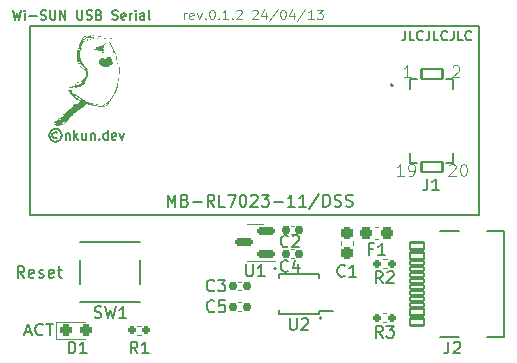
<source format=gbr>
%TF.GenerationSoftware,KiCad,Pcbnew,7.0.7*%
%TF.CreationDate,2024-04-13T16:38:44+09:00*%
%TF.ProjectId,Wi-SUN_Board,57692d53-554e-45f4-926f-6172642e6b69,0.1.2*%
%TF.SameCoordinates,Original*%
%TF.FileFunction,Legend,Top*%
%TF.FilePolarity,Positive*%
%FSLAX46Y46*%
G04 Gerber Fmt 4.6, Leading zero omitted, Abs format (unit mm)*
G04 Created by KiCad (PCBNEW 7.0.7) date 2024-04-13 16:38:44*
%MOMM*%
%LPD*%
G01*
G04 APERTURE LIST*
G04 Aperture macros list*
%AMRoundRect*
0 Rectangle with rounded corners*
0 $1 Rounding radius*
0 $2 $3 $4 $5 $6 $7 $8 $9 X,Y pos of 4 corners*
0 Add a 4 corners polygon primitive as box body*
4,1,4,$2,$3,$4,$5,$6,$7,$8,$9,$2,$3,0*
0 Add four circle primitives for the rounded corners*
1,1,$1+$1,$2,$3*
1,1,$1+$1,$4,$5*
1,1,$1+$1,$6,$7*
1,1,$1+$1,$8,$9*
0 Add four rect primitives between the rounded corners*
20,1,$1+$1,$2,$3,$4,$5,0*
20,1,$1+$1,$4,$5,$6,$7,0*
20,1,$1+$1,$6,$7,$8,$9,0*
20,1,$1+$1,$8,$9,$2,$3,0*%
G04 Aperture macros list end*
%ADD10C,0.150000*%
%ADD11C,0.175000*%
%ADD12C,0.125000*%
%ADD13C,0.100000*%
%ADD14C,0.120000*%
%ADD15C,0.127000*%
%ADD16C,0.200000*%
%ADD17C,0.010000*%
%ADD18RoundRect,0.155000X-0.212500X-0.155000X0.212500X-0.155000X0.212500X0.155000X-0.212500X0.155000X0*%
%ADD19RoundRect,0.102000X0.900000X-0.400000X0.900000X0.400000X-0.900000X0.400000X-0.900000X-0.400000X0*%
%ADD20RoundRect,0.237500X-0.237500X0.300000X-0.237500X-0.300000X0.237500X-0.300000X0.237500X0.300000X0*%
%ADD21C,2.200000*%
%ADD22RoundRect,0.150000X0.587500X0.150000X-0.587500X0.150000X-0.587500X-0.150000X0.587500X-0.150000X0*%
%ADD23RoundRect,0.160000X0.197500X0.160000X-0.197500X0.160000X-0.197500X-0.160000X0.197500X-0.160000X0*%
%ADD24R,1.000000X0.750000*%
%ADD25RoundRect,0.237500X0.300000X0.237500X-0.300000X0.237500X-0.300000X-0.237500X0.300000X-0.237500X0*%
%ADD26R,1.400000X0.300000*%
%ADD27RoundRect,0.155000X0.212500X0.155000X-0.212500X0.155000X-0.212500X-0.155000X0.212500X-0.155000X0*%
%ADD28RoundRect,0.237500X-0.287500X-0.237500X0.287500X-0.237500X0.287500X0.237500X-0.287500X0.237500X0*%
%ADD29C,0.650000*%
%ADD30RoundRect,0.102000X0.570000X-0.300000X0.570000X0.300000X-0.570000X0.300000X-0.570000X-0.300000X0*%
%ADD31RoundRect,0.102000X0.570000X-0.150000X0.570000X0.150000X-0.570000X0.150000X-0.570000X-0.150000X0*%
%ADD32O,2.304000X1.254000*%
%ADD33O,2.004000X1.104000*%
G04 APERTURE END LIST*
D10*
X155000000Y-101000000D02*
X193000000Y-101000000D01*
X155000000Y-117000000D02*
X193000000Y-117000000D01*
D11*
X179687500Y-125700000D02*
G75*
G03*
X179687500Y-125700000I-87500J0D01*
G01*
D10*
X155000000Y-117000000D02*
X155000000Y-101000000D01*
D11*
X175837500Y-121500000D02*
G75*
G03*
X175837500Y-121500000I-87500J0D01*
G01*
D10*
X193000000Y-101000000D02*
X193000000Y-117000000D01*
X186748934Y-101394295D02*
X186748934Y-101965723D01*
X186748934Y-101965723D02*
X186710839Y-102080009D01*
X186710839Y-102080009D02*
X186634648Y-102156200D01*
X186634648Y-102156200D02*
X186520363Y-102194295D01*
X186520363Y-102194295D02*
X186444172Y-102194295D01*
X187510839Y-102194295D02*
X187129887Y-102194295D01*
X187129887Y-102194295D02*
X187129887Y-101394295D01*
X188234649Y-102118104D02*
X188196553Y-102156200D01*
X188196553Y-102156200D02*
X188082268Y-102194295D01*
X188082268Y-102194295D02*
X188006077Y-102194295D01*
X188006077Y-102194295D02*
X187891791Y-102156200D01*
X187891791Y-102156200D02*
X187815601Y-102080009D01*
X187815601Y-102080009D02*
X187777506Y-102003819D01*
X187777506Y-102003819D02*
X187739410Y-101851438D01*
X187739410Y-101851438D02*
X187739410Y-101737152D01*
X187739410Y-101737152D02*
X187777506Y-101584771D01*
X187777506Y-101584771D02*
X187815601Y-101508580D01*
X187815601Y-101508580D02*
X187891791Y-101432390D01*
X187891791Y-101432390D02*
X188006077Y-101394295D01*
X188006077Y-101394295D02*
X188082268Y-101394295D01*
X188082268Y-101394295D02*
X188196553Y-101432390D01*
X188196553Y-101432390D02*
X188234649Y-101470485D01*
X188806077Y-101394295D02*
X188806077Y-101965723D01*
X188806077Y-101965723D02*
X188767982Y-102080009D01*
X188767982Y-102080009D02*
X188691791Y-102156200D01*
X188691791Y-102156200D02*
X188577506Y-102194295D01*
X188577506Y-102194295D02*
X188501315Y-102194295D01*
X189567982Y-102194295D02*
X189187030Y-102194295D01*
X189187030Y-102194295D02*
X189187030Y-101394295D01*
X190291792Y-102118104D02*
X190253696Y-102156200D01*
X190253696Y-102156200D02*
X190139411Y-102194295D01*
X190139411Y-102194295D02*
X190063220Y-102194295D01*
X190063220Y-102194295D02*
X189948934Y-102156200D01*
X189948934Y-102156200D02*
X189872744Y-102080009D01*
X189872744Y-102080009D02*
X189834649Y-102003819D01*
X189834649Y-102003819D02*
X189796553Y-101851438D01*
X189796553Y-101851438D02*
X189796553Y-101737152D01*
X189796553Y-101737152D02*
X189834649Y-101584771D01*
X189834649Y-101584771D02*
X189872744Y-101508580D01*
X189872744Y-101508580D02*
X189948934Y-101432390D01*
X189948934Y-101432390D02*
X190063220Y-101394295D01*
X190063220Y-101394295D02*
X190139411Y-101394295D01*
X190139411Y-101394295D02*
X190253696Y-101432390D01*
X190253696Y-101432390D02*
X190291792Y-101470485D01*
X190863220Y-101394295D02*
X190863220Y-101965723D01*
X190863220Y-101965723D02*
X190825125Y-102080009D01*
X190825125Y-102080009D02*
X190748934Y-102156200D01*
X190748934Y-102156200D02*
X190634649Y-102194295D01*
X190634649Y-102194295D02*
X190558458Y-102194295D01*
X191625125Y-102194295D02*
X191244173Y-102194295D01*
X191244173Y-102194295D02*
X191244173Y-101394295D01*
X192348935Y-102118104D02*
X192310839Y-102156200D01*
X192310839Y-102156200D02*
X192196554Y-102194295D01*
X192196554Y-102194295D02*
X192120363Y-102194295D01*
X192120363Y-102194295D02*
X192006077Y-102156200D01*
X192006077Y-102156200D02*
X191929887Y-102080009D01*
X191929887Y-102080009D02*
X191891792Y-102003819D01*
X191891792Y-102003819D02*
X191853696Y-101851438D01*
X191853696Y-101851438D02*
X191853696Y-101737152D01*
X191853696Y-101737152D02*
X191891792Y-101584771D01*
X191891792Y-101584771D02*
X191929887Y-101508580D01*
X191929887Y-101508580D02*
X192006077Y-101432390D01*
X192006077Y-101432390D02*
X192120363Y-101394295D01*
X192120363Y-101394295D02*
X192196554Y-101394295D01*
X192196554Y-101394295D02*
X192310839Y-101432390D01*
X192310839Y-101432390D02*
X192348935Y-101470485D01*
X153562969Y-99644295D02*
X153753445Y-100444295D01*
X153753445Y-100444295D02*
X153905826Y-99872866D01*
X153905826Y-99872866D02*
X154058207Y-100444295D01*
X154058207Y-100444295D02*
X154248684Y-99644295D01*
X154553446Y-100444295D02*
X154553446Y-99910961D01*
X154553446Y-99644295D02*
X154515350Y-99682390D01*
X154515350Y-99682390D02*
X154553446Y-99720485D01*
X154553446Y-99720485D02*
X154591541Y-99682390D01*
X154591541Y-99682390D02*
X154553446Y-99644295D01*
X154553446Y-99644295D02*
X154553446Y-99720485D01*
X154934398Y-100139533D02*
X155543922Y-100139533D01*
X155886778Y-100406200D02*
X156001064Y-100444295D01*
X156001064Y-100444295D02*
X156191540Y-100444295D01*
X156191540Y-100444295D02*
X156267731Y-100406200D01*
X156267731Y-100406200D02*
X156305826Y-100368104D01*
X156305826Y-100368104D02*
X156343921Y-100291914D01*
X156343921Y-100291914D02*
X156343921Y-100215723D01*
X156343921Y-100215723D02*
X156305826Y-100139533D01*
X156305826Y-100139533D02*
X156267731Y-100101438D01*
X156267731Y-100101438D02*
X156191540Y-100063342D01*
X156191540Y-100063342D02*
X156039159Y-100025247D01*
X156039159Y-100025247D02*
X155962969Y-99987152D01*
X155962969Y-99987152D02*
X155924874Y-99949057D01*
X155924874Y-99949057D02*
X155886778Y-99872866D01*
X155886778Y-99872866D02*
X155886778Y-99796676D01*
X155886778Y-99796676D02*
X155924874Y-99720485D01*
X155924874Y-99720485D02*
X155962969Y-99682390D01*
X155962969Y-99682390D02*
X156039159Y-99644295D01*
X156039159Y-99644295D02*
X156229636Y-99644295D01*
X156229636Y-99644295D02*
X156343921Y-99682390D01*
X156686779Y-99644295D02*
X156686779Y-100291914D01*
X156686779Y-100291914D02*
X156724874Y-100368104D01*
X156724874Y-100368104D02*
X156762969Y-100406200D01*
X156762969Y-100406200D02*
X156839160Y-100444295D01*
X156839160Y-100444295D02*
X156991541Y-100444295D01*
X156991541Y-100444295D02*
X157067731Y-100406200D01*
X157067731Y-100406200D02*
X157105826Y-100368104D01*
X157105826Y-100368104D02*
X157143922Y-100291914D01*
X157143922Y-100291914D02*
X157143922Y-99644295D01*
X157524874Y-100444295D02*
X157524874Y-99644295D01*
X157524874Y-99644295D02*
X157982017Y-100444295D01*
X157982017Y-100444295D02*
X157982017Y-99644295D01*
X158972493Y-99644295D02*
X158972493Y-100291914D01*
X158972493Y-100291914D02*
X159010588Y-100368104D01*
X159010588Y-100368104D02*
X159048683Y-100406200D01*
X159048683Y-100406200D02*
X159124874Y-100444295D01*
X159124874Y-100444295D02*
X159277255Y-100444295D01*
X159277255Y-100444295D02*
X159353445Y-100406200D01*
X159353445Y-100406200D02*
X159391540Y-100368104D01*
X159391540Y-100368104D02*
X159429636Y-100291914D01*
X159429636Y-100291914D02*
X159429636Y-99644295D01*
X159772492Y-100406200D02*
X159886778Y-100444295D01*
X159886778Y-100444295D02*
X160077254Y-100444295D01*
X160077254Y-100444295D02*
X160153445Y-100406200D01*
X160153445Y-100406200D02*
X160191540Y-100368104D01*
X160191540Y-100368104D02*
X160229635Y-100291914D01*
X160229635Y-100291914D02*
X160229635Y-100215723D01*
X160229635Y-100215723D02*
X160191540Y-100139533D01*
X160191540Y-100139533D02*
X160153445Y-100101438D01*
X160153445Y-100101438D02*
X160077254Y-100063342D01*
X160077254Y-100063342D02*
X159924873Y-100025247D01*
X159924873Y-100025247D02*
X159848683Y-99987152D01*
X159848683Y-99987152D02*
X159810588Y-99949057D01*
X159810588Y-99949057D02*
X159772492Y-99872866D01*
X159772492Y-99872866D02*
X159772492Y-99796676D01*
X159772492Y-99796676D02*
X159810588Y-99720485D01*
X159810588Y-99720485D02*
X159848683Y-99682390D01*
X159848683Y-99682390D02*
X159924873Y-99644295D01*
X159924873Y-99644295D02*
X160115350Y-99644295D01*
X160115350Y-99644295D02*
X160229635Y-99682390D01*
X160839159Y-100025247D02*
X160953445Y-100063342D01*
X160953445Y-100063342D02*
X160991540Y-100101438D01*
X160991540Y-100101438D02*
X161029636Y-100177628D01*
X161029636Y-100177628D02*
X161029636Y-100291914D01*
X161029636Y-100291914D02*
X160991540Y-100368104D01*
X160991540Y-100368104D02*
X160953445Y-100406200D01*
X160953445Y-100406200D02*
X160877255Y-100444295D01*
X160877255Y-100444295D02*
X160572493Y-100444295D01*
X160572493Y-100444295D02*
X160572493Y-99644295D01*
X160572493Y-99644295D02*
X160839159Y-99644295D01*
X160839159Y-99644295D02*
X160915350Y-99682390D01*
X160915350Y-99682390D02*
X160953445Y-99720485D01*
X160953445Y-99720485D02*
X160991540Y-99796676D01*
X160991540Y-99796676D02*
X160991540Y-99872866D01*
X160991540Y-99872866D02*
X160953445Y-99949057D01*
X160953445Y-99949057D02*
X160915350Y-99987152D01*
X160915350Y-99987152D02*
X160839159Y-100025247D01*
X160839159Y-100025247D02*
X160572493Y-100025247D01*
X161943921Y-100406200D02*
X162058207Y-100444295D01*
X162058207Y-100444295D02*
X162248683Y-100444295D01*
X162248683Y-100444295D02*
X162324874Y-100406200D01*
X162324874Y-100406200D02*
X162362969Y-100368104D01*
X162362969Y-100368104D02*
X162401064Y-100291914D01*
X162401064Y-100291914D02*
X162401064Y-100215723D01*
X162401064Y-100215723D02*
X162362969Y-100139533D01*
X162362969Y-100139533D02*
X162324874Y-100101438D01*
X162324874Y-100101438D02*
X162248683Y-100063342D01*
X162248683Y-100063342D02*
X162096302Y-100025247D01*
X162096302Y-100025247D02*
X162020112Y-99987152D01*
X162020112Y-99987152D02*
X161982017Y-99949057D01*
X161982017Y-99949057D02*
X161943921Y-99872866D01*
X161943921Y-99872866D02*
X161943921Y-99796676D01*
X161943921Y-99796676D02*
X161982017Y-99720485D01*
X161982017Y-99720485D02*
X162020112Y-99682390D01*
X162020112Y-99682390D02*
X162096302Y-99644295D01*
X162096302Y-99644295D02*
X162286779Y-99644295D01*
X162286779Y-99644295D02*
X162401064Y-99682390D01*
X163048684Y-100406200D02*
X162972493Y-100444295D01*
X162972493Y-100444295D02*
X162820112Y-100444295D01*
X162820112Y-100444295D02*
X162743922Y-100406200D01*
X162743922Y-100406200D02*
X162705826Y-100330009D01*
X162705826Y-100330009D02*
X162705826Y-100025247D01*
X162705826Y-100025247D02*
X162743922Y-99949057D01*
X162743922Y-99949057D02*
X162820112Y-99910961D01*
X162820112Y-99910961D02*
X162972493Y-99910961D01*
X162972493Y-99910961D02*
X163048684Y-99949057D01*
X163048684Y-99949057D02*
X163086779Y-100025247D01*
X163086779Y-100025247D02*
X163086779Y-100101438D01*
X163086779Y-100101438D02*
X162705826Y-100177628D01*
X163429636Y-100444295D02*
X163429636Y-99910961D01*
X163429636Y-100063342D02*
X163467731Y-99987152D01*
X163467731Y-99987152D02*
X163505826Y-99949057D01*
X163505826Y-99949057D02*
X163582017Y-99910961D01*
X163582017Y-99910961D02*
X163658207Y-99910961D01*
X163924874Y-100444295D02*
X163924874Y-99910961D01*
X163924874Y-99644295D02*
X163886778Y-99682390D01*
X163886778Y-99682390D02*
X163924874Y-99720485D01*
X163924874Y-99720485D02*
X163962969Y-99682390D01*
X163962969Y-99682390D02*
X163924874Y-99644295D01*
X163924874Y-99644295D02*
X163924874Y-99720485D01*
X164648683Y-100444295D02*
X164648683Y-100025247D01*
X164648683Y-100025247D02*
X164610588Y-99949057D01*
X164610588Y-99949057D02*
X164534397Y-99910961D01*
X164534397Y-99910961D02*
X164382016Y-99910961D01*
X164382016Y-99910961D02*
X164305826Y-99949057D01*
X164648683Y-100406200D02*
X164572492Y-100444295D01*
X164572492Y-100444295D02*
X164382016Y-100444295D01*
X164382016Y-100444295D02*
X164305826Y-100406200D01*
X164305826Y-100406200D02*
X164267730Y-100330009D01*
X164267730Y-100330009D02*
X164267730Y-100253819D01*
X164267730Y-100253819D02*
X164305826Y-100177628D01*
X164305826Y-100177628D02*
X164382016Y-100139533D01*
X164382016Y-100139533D02*
X164572492Y-100139533D01*
X164572492Y-100139533D02*
X164648683Y-100101438D01*
X165143921Y-100444295D02*
X165067731Y-100406200D01*
X165067731Y-100406200D02*
X165029636Y-100330009D01*
X165029636Y-100330009D02*
X165029636Y-99644295D01*
D12*
X168022712Y-100395595D02*
X168022712Y-99862261D01*
X168022712Y-100014642D02*
X168060807Y-99938452D01*
X168060807Y-99938452D02*
X168098902Y-99900357D01*
X168098902Y-99900357D02*
X168175093Y-99862261D01*
X168175093Y-99862261D02*
X168251283Y-99862261D01*
X168822712Y-100357500D02*
X168746521Y-100395595D01*
X168746521Y-100395595D02*
X168594140Y-100395595D01*
X168594140Y-100395595D02*
X168517950Y-100357500D01*
X168517950Y-100357500D02*
X168479854Y-100281309D01*
X168479854Y-100281309D02*
X168479854Y-99976547D01*
X168479854Y-99976547D02*
X168517950Y-99900357D01*
X168517950Y-99900357D02*
X168594140Y-99862261D01*
X168594140Y-99862261D02*
X168746521Y-99862261D01*
X168746521Y-99862261D02*
X168822712Y-99900357D01*
X168822712Y-99900357D02*
X168860807Y-99976547D01*
X168860807Y-99976547D02*
X168860807Y-100052738D01*
X168860807Y-100052738D02*
X168479854Y-100128928D01*
X169127473Y-99862261D02*
X169317949Y-100395595D01*
X169317949Y-100395595D02*
X169508426Y-99862261D01*
X169813188Y-100319404D02*
X169851283Y-100357500D01*
X169851283Y-100357500D02*
X169813188Y-100395595D01*
X169813188Y-100395595D02*
X169775092Y-100357500D01*
X169775092Y-100357500D02*
X169813188Y-100319404D01*
X169813188Y-100319404D02*
X169813188Y-100395595D01*
X170346521Y-99595595D02*
X170422711Y-99595595D01*
X170422711Y-99595595D02*
X170498902Y-99633690D01*
X170498902Y-99633690D02*
X170536997Y-99671785D01*
X170536997Y-99671785D02*
X170575092Y-99747976D01*
X170575092Y-99747976D02*
X170613187Y-99900357D01*
X170613187Y-99900357D02*
X170613187Y-100090833D01*
X170613187Y-100090833D02*
X170575092Y-100243214D01*
X170575092Y-100243214D02*
X170536997Y-100319404D01*
X170536997Y-100319404D02*
X170498902Y-100357500D01*
X170498902Y-100357500D02*
X170422711Y-100395595D01*
X170422711Y-100395595D02*
X170346521Y-100395595D01*
X170346521Y-100395595D02*
X170270330Y-100357500D01*
X170270330Y-100357500D02*
X170232235Y-100319404D01*
X170232235Y-100319404D02*
X170194140Y-100243214D01*
X170194140Y-100243214D02*
X170156044Y-100090833D01*
X170156044Y-100090833D02*
X170156044Y-99900357D01*
X170156044Y-99900357D02*
X170194140Y-99747976D01*
X170194140Y-99747976D02*
X170232235Y-99671785D01*
X170232235Y-99671785D02*
X170270330Y-99633690D01*
X170270330Y-99633690D02*
X170346521Y-99595595D01*
X170956045Y-100319404D02*
X170994140Y-100357500D01*
X170994140Y-100357500D02*
X170956045Y-100395595D01*
X170956045Y-100395595D02*
X170917949Y-100357500D01*
X170917949Y-100357500D02*
X170956045Y-100319404D01*
X170956045Y-100319404D02*
X170956045Y-100395595D01*
X171756044Y-100395595D02*
X171298901Y-100395595D01*
X171527473Y-100395595D02*
X171527473Y-99595595D01*
X171527473Y-99595595D02*
X171451282Y-99709880D01*
X171451282Y-99709880D02*
X171375092Y-99786071D01*
X171375092Y-99786071D02*
X171298901Y-99824166D01*
X172098902Y-100319404D02*
X172136997Y-100357500D01*
X172136997Y-100357500D02*
X172098902Y-100395595D01*
X172098902Y-100395595D02*
X172060806Y-100357500D01*
X172060806Y-100357500D02*
X172098902Y-100319404D01*
X172098902Y-100319404D02*
X172098902Y-100395595D01*
X172441758Y-99671785D02*
X172479854Y-99633690D01*
X172479854Y-99633690D02*
X172556044Y-99595595D01*
X172556044Y-99595595D02*
X172746520Y-99595595D01*
X172746520Y-99595595D02*
X172822711Y-99633690D01*
X172822711Y-99633690D02*
X172860806Y-99671785D01*
X172860806Y-99671785D02*
X172898901Y-99747976D01*
X172898901Y-99747976D02*
X172898901Y-99824166D01*
X172898901Y-99824166D02*
X172860806Y-99938452D01*
X172860806Y-99938452D02*
X172403663Y-100395595D01*
X172403663Y-100395595D02*
X172898901Y-100395595D01*
X173813187Y-99671785D02*
X173851283Y-99633690D01*
X173851283Y-99633690D02*
X173927473Y-99595595D01*
X173927473Y-99595595D02*
X174117949Y-99595595D01*
X174117949Y-99595595D02*
X174194140Y-99633690D01*
X174194140Y-99633690D02*
X174232235Y-99671785D01*
X174232235Y-99671785D02*
X174270330Y-99747976D01*
X174270330Y-99747976D02*
X174270330Y-99824166D01*
X174270330Y-99824166D02*
X174232235Y-99938452D01*
X174232235Y-99938452D02*
X173775092Y-100395595D01*
X173775092Y-100395595D02*
X174270330Y-100395595D01*
X174956045Y-99862261D02*
X174956045Y-100395595D01*
X174765569Y-99557500D02*
X174575092Y-100128928D01*
X174575092Y-100128928D02*
X175070331Y-100128928D01*
X175946521Y-99557500D02*
X175260807Y-100586071D01*
X176365569Y-99595595D02*
X176441759Y-99595595D01*
X176441759Y-99595595D02*
X176517950Y-99633690D01*
X176517950Y-99633690D02*
X176556045Y-99671785D01*
X176556045Y-99671785D02*
X176594140Y-99747976D01*
X176594140Y-99747976D02*
X176632235Y-99900357D01*
X176632235Y-99900357D02*
X176632235Y-100090833D01*
X176632235Y-100090833D02*
X176594140Y-100243214D01*
X176594140Y-100243214D02*
X176556045Y-100319404D01*
X176556045Y-100319404D02*
X176517950Y-100357500D01*
X176517950Y-100357500D02*
X176441759Y-100395595D01*
X176441759Y-100395595D02*
X176365569Y-100395595D01*
X176365569Y-100395595D02*
X176289378Y-100357500D01*
X176289378Y-100357500D02*
X176251283Y-100319404D01*
X176251283Y-100319404D02*
X176213188Y-100243214D01*
X176213188Y-100243214D02*
X176175092Y-100090833D01*
X176175092Y-100090833D02*
X176175092Y-99900357D01*
X176175092Y-99900357D02*
X176213188Y-99747976D01*
X176213188Y-99747976D02*
X176251283Y-99671785D01*
X176251283Y-99671785D02*
X176289378Y-99633690D01*
X176289378Y-99633690D02*
X176365569Y-99595595D01*
X177317950Y-99862261D02*
X177317950Y-100395595D01*
X177127474Y-99557500D02*
X176936997Y-100128928D01*
X176936997Y-100128928D02*
X177432236Y-100128928D01*
X178308426Y-99557500D02*
X177622712Y-100586071D01*
X178994140Y-100395595D02*
X178536997Y-100395595D01*
X178765569Y-100395595D02*
X178765569Y-99595595D01*
X178765569Y-99595595D02*
X178689378Y-99709880D01*
X178689378Y-99709880D02*
X178613188Y-99786071D01*
X178613188Y-99786071D02*
X178536997Y-99824166D01*
X179260807Y-99595595D02*
X179756045Y-99595595D01*
X179756045Y-99595595D02*
X179489379Y-99900357D01*
X179489379Y-99900357D02*
X179603664Y-99900357D01*
X179603664Y-99900357D02*
X179679855Y-99938452D01*
X179679855Y-99938452D02*
X179717950Y-99976547D01*
X179717950Y-99976547D02*
X179756045Y-100052738D01*
X179756045Y-100052738D02*
X179756045Y-100243214D01*
X179756045Y-100243214D02*
X179717950Y-100319404D01*
X179717950Y-100319404D02*
X179679855Y-100357500D01*
X179679855Y-100357500D02*
X179603664Y-100395595D01*
X179603664Y-100395595D02*
X179375093Y-100395595D01*
X179375093Y-100395595D02*
X179298902Y-100357500D01*
X179298902Y-100357500D02*
X179260807Y-100319404D01*
D10*
X154508207Y-122296569D02*
X154174874Y-121820378D01*
X153936779Y-122296569D02*
X153936779Y-121296569D01*
X153936779Y-121296569D02*
X154317731Y-121296569D01*
X154317731Y-121296569D02*
X154412969Y-121344188D01*
X154412969Y-121344188D02*
X154460588Y-121391807D01*
X154460588Y-121391807D02*
X154508207Y-121487045D01*
X154508207Y-121487045D02*
X154508207Y-121629902D01*
X154508207Y-121629902D02*
X154460588Y-121725140D01*
X154460588Y-121725140D02*
X154412969Y-121772759D01*
X154412969Y-121772759D02*
X154317731Y-121820378D01*
X154317731Y-121820378D02*
X153936779Y-121820378D01*
X155317731Y-122248950D02*
X155222493Y-122296569D01*
X155222493Y-122296569D02*
X155032017Y-122296569D01*
X155032017Y-122296569D02*
X154936779Y-122248950D01*
X154936779Y-122248950D02*
X154889160Y-122153711D01*
X154889160Y-122153711D02*
X154889160Y-121772759D01*
X154889160Y-121772759D02*
X154936779Y-121677521D01*
X154936779Y-121677521D02*
X155032017Y-121629902D01*
X155032017Y-121629902D02*
X155222493Y-121629902D01*
X155222493Y-121629902D02*
X155317731Y-121677521D01*
X155317731Y-121677521D02*
X155365350Y-121772759D01*
X155365350Y-121772759D02*
X155365350Y-121867997D01*
X155365350Y-121867997D02*
X154889160Y-121963235D01*
X155746303Y-122248950D02*
X155841541Y-122296569D01*
X155841541Y-122296569D02*
X156032017Y-122296569D01*
X156032017Y-122296569D02*
X156127255Y-122248950D01*
X156127255Y-122248950D02*
X156174874Y-122153711D01*
X156174874Y-122153711D02*
X156174874Y-122106092D01*
X156174874Y-122106092D02*
X156127255Y-122010854D01*
X156127255Y-122010854D02*
X156032017Y-121963235D01*
X156032017Y-121963235D02*
X155889160Y-121963235D01*
X155889160Y-121963235D02*
X155793922Y-121915616D01*
X155793922Y-121915616D02*
X155746303Y-121820378D01*
X155746303Y-121820378D02*
X155746303Y-121772759D01*
X155746303Y-121772759D02*
X155793922Y-121677521D01*
X155793922Y-121677521D02*
X155889160Y-121629902D01*
X155889160Y-121629902D02*
X156032017Y-121629902D01*
X156032017Y-121629902D02*
X156127255Y-121677521D01*
X156984398Y-122248950D02*
X156889160Y-122296569D01*
X156889160Y-122296569D02*
X156698684Y-122296569D01*
X156698684Y-122296569D02*
X156603446Y-122248950D01*
X156603446Y-122248950D02*
X156555827Y-122153711D01*
X156555827Y-122153711D02*
X156555827Y-121772759D01*
X156555827Y-121772759D02*
X156603446Y-121677521D01*
X156603446Y-121677521D02*
X156698684Y-121629902D01*
X156698684Y-121629902D02*
X156889160Y-121629902D01*
X156889160Y-121629902D02*
X156984398Y-121677521D01*
X156984398Y-121677521D02*
X157032017Y-121772759D01*
X157032017Y-121772759D02*
X157032017Y-121867997D01*
X157032017Y-121867997D02*
X156555827Y-121963235D01*
X157317732Y-121629902D02*
X157698684Y-121629902D01*
X157460589Y-121296569D02*
X157460589Y-122153711D01*
X157460589Y-122153711D02*
X157508208Y-122248950D01*
X157508208Y-122248950D02*
X157603446Y-122296569D01*
X157603446Y-122296569D02*
X157698684Y-122296569D01*
X154589160Y-126884104D02*
X155065350Y-126884104D01*
X154493922Y-127169819D02*
X154827255Y-126169819D01*
X154827255Y-126169819D02*
X155160588Y-127169819D01*
X156065350Y-127074580D02*
X156017731Y-127122200D01*
X156017731Y-127122200D02*
X155874874Y-127169819D01*
X155874874Y-127169819D02*
X155779636Y-127169819D01*
X155779636Y-127169819D02*
X155636779Y-127122200D01*
X155636779Y-127122200D02*
X155541541Y-127026961D01*
X155541541Y-127026961D02*
X155493922Y-126931723D01*
X155493922Y-126931723D02*
X155446303Y-126741247D01*
X155446303Y-126741247D02*
X155446303Y-126598390D01*
X155446303Y-126598390D02*
X155493922Y-126407914D01*
X155493922Y-126407914D02*
X155541541Y-126312676D01*
X155541541Y-126312676D02*
X155636779Y-126217438D01*
X155636779Y-126217438D02*
X155779636Y-126169819D01*
X155779636Y-126169819D02*
X155874874Y-126169819D01*
X155874874Y-126169819D02*
X156017731Y-126217438D01*
X156017731Y-126217438D02*
X156065350Y-126265057D01*
X156351065Y-126169819D02*
X156922493Y-126169819D01*
X156636779Y-127169819D02*
X156636779Y-126169819D01*
X166636779Y-116269819D02*
X166636779Y-115269819D01*
X166636779Y-115269819D02*
X166970112Y-115984104D01*
X166970112Y-115984104D02*
X167303445Y-115269819D01*
X167303445Y-115269819D02*
X167303445Y-116269819D01*
X168112969Y-115746009D02*
X168255826Y-115793628D01*
X168255826Y-115793628D02*
X168303445Y-115841247D01*
X168303445Y-115841247D02*
X168351064Y-115936485D01*
X168351064Y-115936485D02*
X168351064Y-116079342D01*
X168351064Y-116079342D02*
X168303445Y-116174580D01*
X168303445Y-116174580D02*
X168255826Y-116222200D01*
X168255826Y-116222200D02*
X168160588Y-116269819D01*
X168160588Y-116269819D02*
X167779636Y-116269819D01*
X167779636Y-116269819D02*
X167779636Y-115269819D01*
X167779636Y-115269819D02*
X168112969Y-115269819D01*
X168112969Y-115269819D02*
X168208207Y-115317438D01*
X168208207Y-115317438D02*
X168255826Y-115365057D01*
X168255826Y-115365057D02*
X168303445Y-115460295D01*
X168303445Y-115460295D02*
X168303445Y-115555533D01*
X168303445Y-115555533D02*
X168255826Y-115650771D01*
X168255826Y-115650771D02*
X168208207Y-115698390D01*
X168208207Y-115698390D02*
X168112969Y-115746009D01*
X168112969Y-115746009D02*
X167779636Y-115746009D01*
X168779636Y-115888866D02*
X169541541Y-115888866D01*
X170589159Y-116269819D02*
X170255826Y-115793628D01*
X170017731Y-116269819D02*
X170017731Y-115269819D01*
X170017731Y-115269819D02*
X170398683Y-115269819D01*
X170398683Y-115269819D02*
X170493921Y-115317438D01*
X170493921Y-115317438D02*
X170541540Y-115365057D01*
X170541540Y-115365057D02*
X170589159Y-115460295D01*
X170589159Y-115460295D02*
X170589159Y-115603152D01*
X170589159Y-115603152D02*
X170541540Y-115698390D01*
X170541540Y-115698390D02*
X170493921Y-115746009D01*
X170493921Y-115746009D02*
X170398683Y-115793628D01*
X170398683Y-115793628D02*
X170017731Y-115793628D01*
X171493921Y-116269819D02*
X171017731Y-116269819D01*
X171017731Y-116269819D02*
X171017731Y-115269819D01*
X171732017Y-115269819D02*
X172398683Y-115269819D01*
X172398683Y-115269819D02*
X171970112Y-116269819D01*
X172970112Y-115269819D02*
X173065350Y-115269819D01*
X173065350Y-115269819D02*
X173160588Y-115317438D01*
X173160588Y-115317438D02*
X173208207Y-115365057D01*
X173208207Y-115365057D02*
X173255826Y-115460295D01*
X173255826Y-115460295D02*
X173303445Y-115650771D01*
X173303445Y-115650771D02*
X173303445Y-115888866D01*
X173303445Y-115888866D02*
X173255826Y-116079342D01*
X173255826Y-116079342D02*
X173208207Y-116174580D01*
X173208207Y-116174580D02*
X173160588Y-116222200D01*
X173160588Y-116222200D02*
X173065350Y-116269819D01*
X173065350Y-116269819D02*
X172970112Y-116269819D01*
X172970112Y-116269819D02*
X172874874Y-116222200D01*
X172874874Y-116222200D02*
X172827255Y-116174580D01*
X172827255Y-116174580D02*
X172779636Y-116079342D01*
X172779636Y-116079342D02*
X172732017Y-115888866D01*
X172732017Y-115888866D02*
X172732017Y-115650771D01*
X172732017Y-115650771D02*
X172779636Y-115460295D01*
X172779636Y-115460295D02*
X172827255Y-115365057D01*
X172827255Y-115365057D02*
X172874874Y-115317438D01*
X172874874Y-115317438D02*
X172970112Y-115269819D01*
X173684398Y-115365057D02*
X173732017Y-115317438D01*
X173732017Y-115317438D02*
X173827255Y-115269819D01*
X173827255Y-115269819D02*
X174065350Y-115269819D01*
X174065350Y-115269819D02*
X174160588Y-115317438D01*
X174160588Y-115317438D02*
X174208207Y-115365057D01*
X174208207Y-115365057D02*
X174255826Y-115460295D01*
X174255826Y-115460295D02*
X174255826Y-115555533D01*
X174255826Y-115555533D02*
X174208207Y-115698390D01*
X174208207Y-115698390D02*
X173636779Y-116269819D01*
X173636779Y-116269819D02*
X174255826Y-116269819D01*
X174589160Y-115269819D02*
X175208207Y-115269819D01*
X175208207Y-115269819D02*
X174874874Y-115650771D01*
X174874874Y-115650771D02*
X175017731Y-115650771D01*
X175017731Y-115650771D02*
X175112969Y-115698390D01*
X175112969Y-115698390D02*
X175160588Y-115746009D01*
X175160588Y-115746009D02*
X175208207Y-115841247D01*
X175208207Y-115841247D02*
X175208207Y-116079342D01*
X175208207Y-116079342D02*
X175160588Y-116174580D01*
X175160588Y-116174580D02*
X175112969Y-116222200D01*
X175112969Y-116222200D02*
X175017731Y-116269819D01*
X175017731Y-116269819D02*
X174732017Y-116269819D01*
X174732017Y-116269819D02*
X174636779Y-116222200D01*
X174636779Y-116222200D02*
X174589160Y-116174580D01*
X175636779Y-115888866D02*
X176398684Y-115888866D01*
X177398683Y-116269819D02*
X176827255Y-116269819D01*
X177112969Y-116269819D02*
X177112969Y-115269819D01*
X177112969Y-115269819D02*
X177017731Y-115412676D01*
X177017731Y-115412676D02*
X176922493Y-115507914D01*
X176922493Y-115507914D02*
X176827255Y-115555533D01*
X178351064Y-116269819D02*
X177779636Y-116269819D01*
X178065350Y-116269819D02*
X178065350Y-115269819D01*
X178065350Y-115269819D02*
X177970112Y-115412676D01*
X177970112Y-115412676D02*
X177874874Y-115507914D01*
X177874874Y-115507914D02*
X177779636Y-115555533D01*
X179493921Y-115222200D02*
X178636779Y-116507914D01*
X179827255Y-116269819D02*
X179827255Y-115269819D01*
X179827255Y-115269819D02*
X180065350Y-115269819D01*
X180065350Y-115269819D02*
X180208207Y-115317438D01*
X180208207Y-115317438D02*
X180303445Y-115412676D01*
X180303445Y-115412676D02*
X180351064Y-115507914D01*
X180351064Y-115507914D02*
X180398683Y-115698390D01*
X180398683Y-115698390D02*
X180398683Y-115841247D01*
X180398683Y-115841247D02*
X180351064Y-116031723D01*
X180351064Y-116031723D02*
X180303445Y-116126961D01*
X180303445Y-116126961D02*
X180208207Y-116222200D01*
X180208207Y-116222200D02*
X180065350Y-116269819D01*
X180065350Y-116269819D02*
X179827255Y-116269819D01*
X180779636Y-116222200D02*
X180922493Y-116269819D01*
X180922493Y-116269819D02*
X181160588Y-116269819D01*
X181160588Y-116269819D02*
X181255826Y-116222200D01*
X181255826Y-116222200D02*
X181303445Y-116174580D01*
X181303445Y-116174580D02*
X181351064Y-116079342D01*
X181351064Y-116079342D02*
X181351064Y-115984104D01*
X181351064Y-115984104D02*
X181303445Y-115888866D01*
X181303445Y-115888866D02*
X181255826Y-115841247D01*
X181255826Y-115841247D02*
X181160588Y-115793628D01*
X181160588Y-115793628D02*
X180970112Y-115746009D01*
X180970112Y-115746009D02*
X180874874Y-115698390D01*
X180874874Y-115698390D02*
X180827255Y-115650771D01*
X180827255Y-115650771D02*
X180779636Y-115555533D01*
X180779636Y-115555533D02*
X180779636Y-115460295D01*
X180779636Y-115460295D02*
X180827255Y-115365057D01*
X180827255Y-115365057D02*
X180874874Y-115317438D01*
X180874874Y-115317438D02*
X180970112Y-115269819D01*
X180970112Y-115269819D02*
X181208207Y-115269819D01*
X181208207Y-115269819D02*
X181351064Y-115317438D01*
X181732017Y-116222200D02*
X181874874Y-116269819D01*
X181874874Y-116269819D02*
X182112969Y-116269819D01*
X182112969Y-116269819D02*
X182208207Y-116222200D01*
X182208207Y-116222200D02*
X182255826Y-116174580D01*
X182255826Y-116174580D02*
X182303445Y-116079342D01*
X182303445Y-116079342D02*
X182303445Y-115984104D01*
X182303445Y-115984104D02*
X182255826Y-115888866D01*
X182255826Y-115888866D02*
X182208207Y-115841247D01*
X182208207Y-115841247D02*
X182112969Y-115793628D01*
X182112969Y-115793628D02*
X181922493Y-115746009D01*
X181922493Y-115746009D02*
X181827255Y-115698390D01*
X181827255Y-115698390D02*
X181779636Y-115650771D01*
X181779636Y-115650771D02*
X181732017Y-115555533D01*
X181732017Y-115555533D02*
X181732017Y-115460295D01*
X181732017Y-115460295D02*
X181779636Y-115365057D01*
X181779636Y-115365057D02*
X181827255Y-115317438D01*
X181827255Y-115317438D02*
X181922493Y-115269819D01*
X181922493Y-115269819D02*
X182160588Y-115269819D01*
X182160588Y-115269819D02*
X182303445Y-115317438D01*
X176833333Y-119609580D02*
X176785714Y-119657200D01*
X176785714Y-119657200D02*
X176642857Y-119704819D01*
X176642857Y-119704819D02*
X176547619Y-119704819D01*
X176547619Y-119704819D02*
X176404762Y-119657200D01*
X176404762Y-119657200D02*
X176309524Y-119561961D01*
X176309524Y-119561961D02*
X176261905Y-119466723D01*
X176261905Y-119466723D02*
X176214286Y-119276247D01*
X176214286Y-119276247D02*
X176214286Y-119133390D01*
X176214286Y-119133390D02*
X176261905Y-118942914D01*
X176261905Y-118942914D02*
X176309524Y-118847676D01*
X176309524Y-118847676D02*
X176404762Y-118752438D01*
X176404762Y-118752438D02*
X176547619Y-118704819D01*
X176547619Y-118704819D02*
X176642857Y-118704819D01*
X176642857Y-118704819D02*
X176785714Y-118752438D01*
X176785714Y-118752438D02*
X176833333Y-118800057D01*
X177214286Y-118800057D02*
X177261905Y-118752438D01*
X177261905Y-118752438D02*
X177357143Y-118704819D01*
X177357143Y-118704819D02*
X177595238Y-118704819D01*
X177595238Y-118704819D02*
X177690476Y-118752438D01*
X177690476Y-118752438D02*
X177738095Y-118800057D01*
X177738095Y-118800057D02*
X177785714Y-118895295D01*
X177785714Y-118895295D02*
X177785714Y-118990533D01*
X177785714Y-118990533D02*
X177738095Y-119133390D01*
X177738095Y-119133390D02*
X177166667Y-119704819D01*
X177166667Y-119704819D02*
X177785714Y-119704819D01*
X188616666Y-113904819D02*
X188616666Y-114619104D01*
X188616666Y-114619104D02*
X188569047Y-114761961D01*
X188569047Y-114761961D02*
X188473809Y-114857200D01*
X188473809Y-114857200D02*
X188330952Y-114904819D01*
X188330952Y-114904819D02*
X188235714Y-114904819D01*
X189616666Y-114904819D02*
X189045238Y-114904819D01*
X189330952Y-114904819D02*
X189330952Y-113904819D01*
X189330952Y-113904819D02*
X189235714Y-114047676D01*
X189235714Y-114047676D02*
X189140476Y-114142914D01*
X189140476Y-114142914D02*
X189045238Y-114190533D01*
D13*
X190456265Y-112767657D02*
X190503884Y-112720038D01*
X190503884Y-112720038D02*
X190599122Y-112672419D01*
X190599122Y-112672419D02*
X190837217Y-112672419D01*
X190837217Y-112672419D02*
X190932455Y-112720038D01*
X190932455Y-112720038D02*
X190980074Y-112767657D01*
X190980074Y-112767657D02*
X191027693Y-112862895D01*
X191027693Y-112862895D02*
X191027693Y-112958133D01*
X191027693Y-112958133D02*
X190980074Y-113100990D01*
X190980074Y-113100990D02*
X190408646Y-113672419D01*
X190408646Y-113672419D02*
X191027693Y-113672419D01*
X191646741Y-112672419D02*
X191741979Y-112672419D01*
X191741979Y-112672419D02*
X191837217Y-112720038D01*
X191837217Y-112720038D02*
X191884836Y-112767657D01*
X191884836Y-112767657D02*
X191932455Y-112862895D01*
X191932455Y-112862895D02*
X191980074Y-113053371D01*
X191980074Y-113053371D02*
X191980074Y-113291466D01*
X191980074Y-113291466D02*
X191932455Y-113481942D01*
X191932455Y-113481942D02*
X191884836Y-113577180D01*
X191884836Y-113577180D02*
X191837217Y-113624800D01*
X191837217Y-113624800D02*
X191741979Y-113672419D01*
X191741979Y-113672419D02*
X191646741Y-113672419D01*
X191646741Y-113672419D02*
X191551503Y-113624800D01*
X191551503Y-113624800D02*
X191503884Y-113577180D01*
X191503884Y-113577180D02*
X191456265Y-113481942D01*
X191456265Y-113481942D02*
X191408646Y-113291466D01*
X191408646Y-113291466D02*
X191408646Y-113053371D01*
X191408646Y-113053371D02*
X191456265Y-112862895D01*
X191456265Y-112862895D02*
X191503884Y-112767657D01*
X191503884Y-112767657D02*
X191551503Y-112720038D01*
X191551503Y-112720038D02*
X191646741Y-112672419D01*
X187227693Y-105272419D02*
X186656265Y-105272419D01*
X186941979Y-105272419D02*
X186941979Y-104272419D01*
X186941979Y-104272419D02*
X186846741Y-104415276D01*
X186846741Y-104415276D02*
X186751503Y-104510514D01*
X186751503Y-104510514D02*
X186656265Y-104558133D01*
X186627693Y-113672419D02*
X186056265Y-113672419D01*
X186341979Y-113672419D02*
X186341979Y-112672419D01*
X186341979Y-112672419D02*
X186246741Y-112815276D01*
X186246741Y-112815276D02*
X186151503Y-112910514D01*
X186151503Y-112910514D02*
X186056265Y-112958133D01*
X187103884Y-113672419D02*
X187294360Y-113672419D01*
X187294360Y-113672419D02*
X187389598Y-113624800D01*
X187389598Y-113624800D02*
X187437217Y-113577180D01*
X187437217Y-113577180D02*
X187532455Y-113434323D01*
X187532455Y-113434323D02*
X187580074Y-113243847D01*
X187580074Y-113243847D02*
X187580074Y-112862895D01*
X187580074Y-112862895D02*
X187532455Y-112767657D01*
X187532455Y-112767657D02*
X187484836Y-112720038D01*
X187484836Y-112720038D02*
X187389598Y-112672419D01*
X187389598Y-112672419D02*
X187199122Y-112672419D01*
X187199122Y-112672419D02*
X187103884Y-112720038D01*
X187103884Y-112720038D02*
X187056265Y-112767657D01*
X187056265Y-112767657D02*
X187008646Y-112862895D01*
X187008646Y-112862895D02*
X187008646Y-113100990D01*
X187008646Y-113100990D02*
X187056265Y-113196228D01*
X187056265Y-113196228D02*
X187103884Y-113243847D01*
X187103884Y-113243847D02*
X187199122Y-113291466D01*
X187199122Y-113291466D02*
X187389598Y-113291466D01*
X187389598Y-113291466D02*
X187484836Y-113243847D01*
X187484836Y-113243847D02*
X187532455Y-113196228D01*
X187532455Y-113196228D02*
X187580074Y-113100990D01*
X190766265Y-104417657D02*
X190813884Y-104370038D01*
X190813884Y-104370038D02*
X190909122Y-104322419D01*
X190909122Y-104322419D02*
X191147217Y-104322419D01*
X191147217Y-104322419D02*
X191242455Y-104370038D01*
X191242455Y-104370038D02*
X191290074Y-104417657D01*
X191290074Y-104417657D02*
X191337693Y-104512895D01*
X191337693Y-104512895D02*
X191337693Y-104608133D01*
X191337693Y-104608133D02*
X191290074Y-104750990D01*
X191290074Y-104750990D02*
X190718646Y-105322419D01*
X190718646Y-105322419D02*
X191337693Y-105322419D01*
D10*
X181633333Y-122109580D02*
X181585714Y-122157200D01*
X181585714Y-122157200D02*
X181442857Y-122204819D01*
X181442857Y-122204819D02*
X181347619Y-122204819D01*
X181347619Y-122204819D02*
X181204762Y-122157200D01*
X181204762Y-122157200D02*
X181109524Y-122061961D01*
X181109524Y-122061961D02*
X181061905Y-121966723D01*
X181061905Y-121966723D02*
X181014286Y-121776247D01*
X181014286Y-121776247D02*
X181014286Y-121633390D01*
X181014286Y-121633390D02*
X181061905Y-121442914D01*
X181061905Y-121442914D02*
X181109524Y-121347676D01*
X181109524Y-121347676D02*
X181204762Y-121252438D01*
X181204762Y-121252438D02*
X181347619Y-121204819D01*
X181347619Y-121204819D02*
X181442857Y-121204819D01*
X181442857Y-121204819D02*
X181585714Y-121252438D01*
X181585714Y-121252438D02*
X181633333Y-121300057D01*
X182585714Y-122204819D02*
X182014286Y-122204819D01*
X182300000Y-122204819D02*
X182300000Y-121204819D01*
X182300000Y-121204819D02*
X182204762Y-121347676D01*
X182204762Y-121347676D02*
X182109524Y-121442914D01*
X182109524Y-121442914D02*
X182014286Y-121490533D01*
X173275595Y-121154819D02*
X173275595Y-121964342D01*
X173275595Y-121964342D02*
X173323214Y-122059580D01*
X173323214Y-122059580D02*
X173370833Y-122107200D01*
X173370833Y-122107200D02*
X173466071Y-122154819D01*
X173466071Y-122154819D02*
X173656547Y-122154819D01*
X173656547Y-122154819D02*
X173751785Y-122107200D01*
X173751785Y-122107200D02*
X173799404Y-122059580D01*
X173799404Y-122059580D02*
X173847023Y-121964342D01*
X173847023Y-121964342D02*
X173847023Y-121154819D01*
X174847023Y-122154819D02*
X174275595Y-122154819D01*
X174561309Y-122154819D02*
X174561309Y-121154819D01*
X174561309Y-121154819D02*
X174466071Y-121297676D01*
X174466071Y-121297676D02*
X174370833Y-121392914D01*
X174370833Y-121392914D02*
X174275595Y-121440533D01*
X184833333Y-122754819D02*
X184500000Y-122278628D01*
X184261905Y-122754819D02*
X184261905Y-121754819D01*
X184261905Y-121754819D02*
X184642857Y-121754819D01*
X184642857Y-121754819D02*
X184738095Y-121802438D01*
X184738095Y-121802438D02*
X184785714Y-121850057D01*
X184785714Y-121850057D02*
X184833333Y-121945295D01*
X184833333Y-121945295D02*
X184833333Y-122088152D01*
X184833333Y-122088152D02*
X184785714Y-122183390D01*
X184785714Y-122183390D02*
X184738095Y-122231009D01*
X184738095Y-122231009D02*
X184642857Y-122278628D01*
X184642857Y-122278628D02*
X184261905Y-122278628D01*
X185214286Y-121850057D02*
X185261905Y-121802438D01*
X185261905Y-121802438D02*
X185357143Y-121754819D01*
X185357143Y-121754819D02*
X185595238Y-121754819D01*
X185595238Y-121754819D02*
X185690476Y-121802438D01*
X185690476Y-121802438D02*
X185738095Y-121850057D01*
X185738095Y-121850057D02*
X185785714Y-121945295D01*
X185785714Y-121945295D02*
X185785714Y-122040533D01*
X185785714Y-122040533D02*
X185738095Y-122183390D01*
X185738095Y-122183390D02*
X185166667Y-122754819D01*
X185166667Y-122754819D02*
X185785714Y-122754819D01*
X160466667Y-125657200D02*
X160609524Y-125704819D01*
X160609524Y-125704819D02*
X160847619Y-125704819D01*
X160847619Y-125704819D02*
X160942857Y-125657200D01*
X160942857Y-125657200D02*
X160990476Y-125609580D01*
X160990476Y-125609580D02*
X161038095Y-125514342D01*
X161038095Y-125514342D02*
X161038095Y-125419104D01*
X161038095Y-125419104D02*
X160990476Y-125323866D01*
X160990476Y-125323866D02*
X160942857Y-125276247D01*
X160942857Y-125276247D02*
X160847619Y-125228628D01*
X160847619Y-125228628D02*
X160657143Y-125181009D01*
X160657143Y-125181009D02*
X160561905Y-125133390D01*
X160561905Y-125133390D02*
X160514286Y-125085771D01*
X160514286Y-125085771D02*
X160466667Y-124990533D01*
X160466667Y-124990533D02*
X160466667Y-124895295D01*
X160466667Y-124895295D02*
X160514286Y-124800057D01*
X160514286Y-124800057D02*
X160561905Y-124752438D01*
X160561905Y-124752438D02*
X160657143Y-124704819D01*
X160657143Y-124704819D02*
X160895238Y-124704819D01*
X160895238Y-124704819D02*
X161038095Y-124752438D01*
X161371429Y-124704819D02*
X161609524Y-125704819D01*
X161609524Y-125704819D02*
X161800000Y-124990533D01*
X161800000Y-124990533D02*
X161990476Y-125704819D01*
X161990476Y-125704819D02*
X162228572Y-124704819D01*
X163133333Y-125704819D02*
X162561905Y-125704819D01*
X162847619Y-125704819D02*
X162847619Y-124704819D01*
X162847619Y-124704819D02*
X162752381Y-124847676D01*
X162752381Y-124847676D02*
X162657143Y-124942914D01*
X162657143Y-124942914D02*
X162561905Y-124990533D01*
X164083333Y-128704819D02*
X163750000Y-128228628D01*
X163511905Y-128704819D02*
X163511905Y-127704819D01*
X163511905Y-127704819D02*
X163892857Y-127704819D01*
X163892857Y-127704819D02*
X163988095Y-127752438D01*
X163988095Y-127752438D02*
X164035714Y-127800057D01*
X164035714Y-127800057D02*
X164083333Y-127895295D01*
X164083333Y-127895295D02*
X164083333Y-128038152D01*
X164083333Y-128038152D02*
X164035714Y-128133390D01*
X164035714Y-128133390D02*
X163988095Y-128181009D01*
X163988095Y-128181009D02*
X163892857Y-128228628D01*
X163892857Y-128228628D02*
X163511905Y-128228628D01*
X165035714Y-128704819D02*
X164464286Y-128704819D01*
X164750000Y-128704819D02*
X164750000Y-127704819D01*
X164750000Y-127704819D02*
X164654762Y-127847676D01*
X164654762Y-127847676D02*
X164559524Y-127942914D01*
X164559524Y-127942914D02*
X164464286Y-127990533D01*
X184004166Y-119861009D02*
X183670833Y-119861009D01*
X183670833Y-120384819D02*
X183670833Y-119384819D01*
X183670833Y-119384819D02*
X184147023Y-119384819D01*
X185051785Y-120384819D02*
X184480357Y-120384819D01*
X184766071Y-120384819D02*
X184766071Y-119384819D01*
X184766071Y-119384819D02*
X184670833Y-119527676D01*
X184670833Y-119527676D02*
X184575595Y-119622914D01*
X184575595Y-119622914D02*
X184480357Y-119670533D01*
X176988095Y-125704819D02*
X176988095Y-126514342D01*
X176988095Y-126514342D02*
X177035714Y-126609580D01*
X177035714Y-126609580D02*
X177083333Y-126657200D01*
X177083333Y-126657200D02*
X177178571Y-126704819D01*
X177178571Y-126704819D02*
X177369047Y-126704819D01*
X177369047Y-126704819D02*
X177464285Y-126657200D01*
X177464285Y-126657200D02*
X177511904Y-126609580D01*
X177511904Y-126609580D02*
X177559523Y-126514342D01*
X177559523Y-126514342D02*
X177559523Y-125704819D01*
X177988095Y-125800057D02*
X178035714Y-125752438D01*
X178035714Y-125752438D02*
X178130952Y-125704819D01*
X178130952Y-125704819D02*
X178369047Y-125704819D01*
X178369047Y-125704819D02*
X178464285Y-125752438D01*
X178464285Y-125752438D02*
X178511904Y-125800057D01*
X178511904Y-125800057D02*
X178559523Y-125895295D01*
X178559523Y-125895295D02*
X178559523Y-125990533D01*
X178559523Y-125990533D02*
X178511904Y-126133390D01*
X178511904Y-126133390D02*
X177940476Y-126704819D01*
X177940476Y-126704819D02*
X178559523Y-126704819D01*
X170583333Y-123359580D02*
X170535714Y-123407200D01*
X170535714Y-123407200D02*
X170392857Y-123454819D01*
X170392857Y-123454819D02*
X170297619Y-123454819D01*
X170297619Y-123454819D02*
X170154762Y-123407200D01*
X170154762Y-123407200D02*
X170059524Y-123311961D01*
X170059524Y-123311961D02*
X170011905Y-123216723D01*
X170011905Y-123216723D02*
X169964286Y-123026247D01*
X169964286Y-123026247D02*
X169964286Y-122883390D01*
X169964286Y-122883390D02*
X170011905Y-122692914D01*
X170011905Y-122692914D02*
X170059524Y-122597676D01*
X170059524Y-122597676D02*
X170154762Y-122502438D01*
X170154762Y-122502438D02*
X170297619Y-122454819D01*
X170297619Y-122454819D02*
X170392857Y-122454819D01*
X170392857Y-122454819D02*
X170535714Y-122502438D01*
X170535714Y-122502438D02*
X170583333Y-122550057D01*
X170916667Y-122454819D02*
X171535714Y-122454819D01*
X171535714Y-122454819D02*
X171202381Y-122835771D01*
X171202381Y-122835771D02*
X171345238Y-122835771D01*
X171345238Y-122835771D02*
X171440476Y-122883390D01*
X171440476Y-122883390D02*
X171488095Y-122931009D01*
X171488095Y-122931009D02*
X171535714Y-123026247D01*
X171535714Y-123026247D02*
X171535714Y-123264342D01*
X171535714Y-123264342D02*
X171488095Y-123359580D01*
X171488095Y-123359580D02*
X171440476Y-123407200D01*
X171440476Y-123407200D02*
X171345238Y-123454819D01*
X171345238Y-123454819D02*
X171059524Y-123454819D01*
X171059524Y-123454819D02*
X170964286Y-123407200D01*
X170964286Y-123407200D02*
X170916667Y-123359580D01*
X176833333Y-121709580D02*
X176785714Y-121757200D01*
X176785714Y-121757200D02*
X176642857Y-121804819D01*
X176642857Y-121804819D02*
X176547619Y-121804819D01*
X176547619Y-121804819D02*
X176404762Y-121757200D01*
X176404762Y-121757200D02*
X176309524Y-121661961D01*
X176309524Y-121661961D02*
X176261905Y-121566723D01*
X176261905Y-121566723D02*
X176214286Y-121376247D01*
X176214286Y-121376247D02*
X176214286Y-121233390D01*
X176214286Y-121233390D02*
X176261905Y-121042914D01*
X176261905Y-121042914D02*
X176309524Y-120947676D01*
X176309524Y-120947676D02*
X176404762Y-120852438D01*
X176404762Y-120852438D02*
X176547619Y-120804819D01*
X176547619Y-120804819D02*
X176642857Y-120804819D01*
X176642857Y-120804819D02*
X176785714Y-120852438D01*
X176785714Y-120852438D02*
X176833333Y-120900057D01*
X177690476Y-121138152D02*
X177690476Y-121804819D01*
X177452381Y-120757200D02*
X177214286Y-121471485D01*
X177214286Y-121471485D02*
X177833333Y-121471485D01*
X170583333Y-125109580D02*
X170535714Y-125157200D01*
X170535714Y-125157200D02*
X170392857Y-125204819D01*
X170392857Y-125204819D02*
X170297619Y-125204819D01*
X170297619Y-125204819D02*
X170154762Y-125157200D01*
X170154762Y-125157200D02*
X170059524Y-125061961D01*
X170059524Y-125061961D02*
X170011905Y-124966723D01*
X170011905Y-124966723D02*
X169964286Y-124776247D01*
X169964286Y-124776247D02*
X169964286Y-124633390D01*
X169964286Y-124633390D02*
X170011905Y-124442914D01*
X170011905Y-124442914D02*
X170059524Y-124347676D01*
X170059524Y-124347676D02*
X170154762Y-124252438D01*
X170154762Y-124252438D02*
X170297619Y-124204819D01*
X170297619Y-124204819D02*
X170392857Y-124204819D01*
X170392857Y-124204819D02*
X170535714Y-124252438D01*
X170535714Y-124252438D02*
X170583333Y-124300057D01*
X171488095Y-124204819D02*
X171011905Y-124204819D01*
X171011905Y-124204819D02*
X170964286Y-124681009D01*
X170964286Y-124681009D02*
X171011905Y-124633390D01*
X171011905Y-124633390D02*
X171107143Y-124585771D01*
X171107143Y-124585771D02*
X171345238Y-124585771D01*
X171345238Y-124585771D02*
X171440476Y-124633390D01*
X171440476Y-124633390D02*
X171488095Y-124681009D01*
X171488095Y-124681009D02*
X171535714Y-124776247D01*
X171535714Y-124776247D02*
X171535714Y-125014342D01*
X171535714Y-125014342D02*
X171488095Y-125109580D01*
X171488095Y-125109580D02*
X171440476Y-125157200D01*
X171440476Y-125157200D02*
X171345238Y-125204819D01*
X171345238Y-125204819D02*
X171107143Y-125204819D01*
X171107143Y-125204819D02*
X171011905Y-125157200D01*
X171011905Y-125157200D02*
X170964286Y-125109580D01*
X184833333Y-127354819D02*
X184500000Y-126878628D01*
X184261905Y-127354819D02*
X184261905Y-126354819D01*
X184261905Y-126354819D02*
X184642857Y-126354819D01*
X184642857Y-126354819D02*
X184738095Y-126402438D01*
X184738095Y-126402438D02*
X184785714Y-126450057D01*
X184785714Y-126450057D02*
X184833333Y-126545295D01*
X184833333Y-126545295D02*
X184833333Y-126688152D01*
X184833333Y-126688152D02*
X184785714Y-126783390D01*
X184785714Y-126783390D02*
X184738095Y-126831009D01*
X184738095Y-126831009D02*
X184642857Y-126878628D01*
X184642857Y-126878628D02*
X184261905Y-126878628D01*
X185166667Y-126354819D02*
X185785714Y-126354819D01*
X185785714Y-126354819D02*
X185452381Y-126735771D01*
X185452381Y-126735771D02*
X185595238Y-126735771D01*
X185595238Y-126735771D02*
X185690476Y-126783390D01*
X185690476Y-126783390D02*
X185738095Y-126831009D01*
X185738095Y-126831009D02*
X185785714Y-126926247D01*
X185785714Y-126926247D02*
X185785714Y-127164342D01*
X185785714Y-127164342D02*
X185738095Y-127259580D01*
X185738095Y-127259580D02*
X185690476Y-127307200D01*
X185690476Y-127307200D02*
X185595238Y-127354819D01*
X185595238Y-127354819D02*
X185309524Y-127354819D01*
X185309524Y-127354819D02*
X185214286Y-127307200D01*
X185214286Y-127307200D02*
X185166667Y-127259580D01*
X158261905Y-128704819D02*
X158261905Y-127704819D01*
X158261905Y-127704819D02*
X158500000Y-127704819D01*
X158500000Y-127704819D02*
X158642857Y-127752438D01*
X158642857Y-127752438D02*
X158738095Y-127847676D01*
X158738095Y-127847676D02*
X158785714Y-127942914D01*
X158785714Y-127942914D02*
X158833333Y-128133390D01*
X158833333Y-128133390D02*
X158833333Y-128276247D01*
X158833333Y-128276247D02*
X158785714Y-128466723D01*
X158785714Y-128466723D02*
X158738095Y-128561961D01*
X158738095Y-128561961D02*
X158642857Y-128657200D01*
X158642857Y-128657200D02*
X158500000Y-128704819D01*
X158500000Y-128704819D02*
X158261905Y-128704819D01*
X159785714Y-128704819D02*
X159214286Y-128704819D01*
X159500000Y-128704819D02*
X159500000Y-127704819D01*
X159500000Y-127704819D02*
X159404762Y-127847676D01*
X159404762Y-127847676D02*
X159309524Y-127942914D01*
X159309524Y-127942914D02*
X159214286Y-127990533D01*
X157292856Y-110002771D02*
X157216665Y-109964676D01*
X157216665Y-109964676D02*
X157064284Y-109964676D01*
X157064284Y-109964676D02*
X156988094Y-110002771D01*
X156988094Y-110002771D02*
X156911903Y-110078961D01*
X156911903Y-110078961D02*
X156873808Y-110155152D01*
X156873808Y-110155152D02*
X156873808Y-110307533D01*
X156873808Y-110307533D02*
X156911903Y-110383723D01*
X156911903Y-110383723D02*
X156988094Y-110459914D01*
X156988094Y-110459914D02*
X157064284Y-110498009D01*
X157064284Y-110498009D02*
X157216665Y-110498009D01*
X157216665Y-110498009D02*
X157292856Y-110459914D01*
X157140475Y-109698009D02*
X156949999Y-109736104D01*
X156949999Y-109736104D02*
X156759522Y-109850390D01*
X156759522Y-109850390D02*
X156645237Y-110040866D01*
X156645237Y-110040866D02*
X156607141Y-110231342D01*
X156607141Y-110231342D02*
X156645237Y-110421819D01*
X156645237Y-110421819D02*
X156759522Y-110612295D01*
X156759522Y-110612295D02*
X156949999Y-110726580D01*
X156949999Y-110726580D02*
X157140475Y-110764676D01*
X157140475Y-110764676D02*
X157330951Y-110726580D01*
X157330951Y-110726580D02*
X157521427Y-110612295D01*
X157521427Y-110612295D02*
X157635713Y-110421819D01*
X157635713Y-110421819D02*
X157673808Y-110231342D01*
X157673808Y-110231342D02*
X157635713Y-110040866D01*
X157635713Y-110040866D02*
X157521427Y-109850390D01*
X157521427Y-109850390D02*
X157330951Y-109736104D01*
X157330951Y-109736104D02*
X157140475Y-109698009D01*
X158016666Y-110078961D02*
X158016666Y-110612295D01*
X158016666Y-110155152D02*
X158054761Y-110117057D01*
X158054761Y-110117057D02*
X158130951Y-110078961D01*
X158130951Y-110078961D02*
X158245237Y-110078961D01*
X158245237Y-110078961D02*
X158321428Y-110117057D01*
X158321428Y-110117057D02*
X158359523Y-110193247D01*
X158359523Y-110193247D02*
X158359523Y-110612295D01*
X158740476Y-110612295D02*
X158740476Y-109812295D01*
X158816666Y-110307533D02*
X159045238Y-110612295D01*
X159045238Y-110078961D02*
X158740476Y-110383723D01*
X159730952Y-110078961D02*
X159730952Y-110612295D01*
X159388095Y-110078961D02*
X159388095Y-110498009D01*
X159388095Y-110498009D02*
X159426190Y-110574200D01*
X159426190Y-110574200D02*
X159502380Y-110612295D01*
X159502380Y-110612295D02*
X159616666Y-110612295D01*
X159616666Y-110612295D02*
X159692857Y-110574200D01*
X159692857Y-110574200D02*
X159730952Y-110536104D01*
X160111905Y-110078961D02*
X160111905Y-110612295D01*
X160111905Y-110155152D02*
X160150000Y-110117057D01*
X160150000Y-110117057D02*
X160226190Y-110078961D01*
X160226190Y-110078961D02*
X160340476Y-110078961D01*
X160340476Y-110078961D02*
X160416667Y-110117057D01*
X160416667Y-110117057D02*
X160454762Y-110193247D01*
X160454762Y-110193247D02*
X160454762Y-110612295D01*
X160835715Y-110536104D02*
X160873810Y-110574200D01*
X160873810Y-110574200D02*
X160835715Y-110612295D01*
X160835715Y-110612295D02*
X160797619Y-110574200D01*
X160797619Y-110574200D02*
X160835715Y-110536104D01*
X160835715Y-110536104D02*
X160835715Y-110612295D01*
X161559524Y-110612295D02*
X161559524Y-109812295D01*
X161559524Y-110574200D02*
X161483333Y-110612295D01*
X161483333Y-110612295D02*
X161330952Y-110612295D01*
X161330952Y-110612295D02*
X161254762Y-110574200D01*
X161254762Y-110574200D02*
X161216667Y-110536104D01*
X161216667Y-110536104D02*
X161178571Y-110459914D01*
X161178571Y-110459914D02*
X161178571Y-110231342D01*
X161178571Y-110231342D02*
X161216667Y-110155152D01*
X161216667Y-110155152D02*
X161254762Y-110117057D01*
X161254762Y-110117057D02*
X161330952Y-110078961D01*
X161330952Y-110078961D02*
X161483333Y-110078961D01*
X161483333Y-110078961D02*
X161559524Y-110117057D01*
X162245239Y-110574200D02*
X162169048Y-110612295D01*
X162169048Y-110612295D02*
X162016667Y-110612295D01*
X162016667Y-110612295D02*
X161940477Y-110574200D01*
X161940477Y-110574200D02*
X161902381Y-110498009D01*
X161902381Y-110498009D02*
X161902381Y-110193247D01*
X161902381Y-110193247D02*
X161940477Y-110117057D01*
X161940477Y-110117057D02*
X162016667Y-110078961D01*
X162016667Y-110078961D02*
X162169048Y-110078961D01*
X162169048Y-110078961D02*
X162245239Y-110117057D01*
X162245239Y-110117057D02*
X162283334Y-110193247D01*
X162283334Y-110193247D02*
X162283334Y-110269438D01*
X162283334Y-110269438D02*
X161902381Y-110345628D01*
X162550000Y-110078961D02*
X162740476Y-110612295D01*
X162740476Y-110612295D02*
X162930953Y-110078961D01*
X190416666Y-127704819D02*
X190416666Y-128419104D01*
X190416666Y-128419104D02*
X190369047Y-128561961D01*
X190369047Y-128561961D02*
X190273809Y-128657200D01*
X190273809Y-128657200D02*
X190130952Y-128704819D01*
X190130952Y-128704819D02*
X190035714Y-128704819D01*
X190845238Y-127800057D02*
X190892857Y-127752438D01*
X190892857Y-127752438D02*
X190988095Y-127704819D01*
X190988095Y-127704819D02*
X191226190Y-127704819D01*
X191226190Y-127704819D02*
X191321428Y-127752438D01*
X191321428Y-127752438D02*
X191369047Y-127800057D01*
X191369047Y-127800057D02*
X191416666Y-127895295D01*
X191416666Y-127895295D02*
X191416666Y-127990533D01*
X191416666Y-127990533D02*
X191369047Y-128133390D01*
X191369047Y-128133390D02*
X190797619Y-128704819D01*
X190797619Y-128704819D02*
X191416666Y-128704819D01*
D14*
%TO.C,C2*%
X177084165Y-117890000D02*
X177315835Y-117890000D01*
X177084165Y-118610000D02*
X177315835Y-118610000D01*
D15*
%TO.C,J1*%
X187200000Y-112550000D02*
X187200000Y-111720000D01*
X187780000Y-112550000D02*
X187200000Y-112550000D01*
X190800000Y-112550000D02*
X190220000Y-112550000D01*
X190800000Y-111720000D02*
X190800000Y-112550000D01*
X187200000Y-106280000D02*
X187200000Y-105450000D01*
X187200000Y-105450000D02*
X187780000Y-105450000D01*
X190800000Y-105450000D02*
X190800000Y-106280000D01*
X190800000Y-105450000D02*
X190220000Y-105450000D01*
D16*
X185700000Y-106000000D02*
G75*
G03*
X185700000Y-106000000I-100000J0D01*
G01*
D14*
%TO.C,C1*%
X182310000Y-119216233D02*
X182310000Y-119508767D01*
X181290000Y-119216233D02*
X181290000Y-119508767D01*
%TO.C,U1*%
X174037500Y-120860000D02*
X175712500Y-120860000D01*
X174037500Y-120860000D02*
X173387500Y-120860000D01*
X174037500Y-117740000D02*
X174687500Y-117740000D01*
X174037500Y-117740000D02*
X173387500Y-117740000D01*
%TO.C,R2*%
X185170121Y-121480000D02*
X184834879Y-121480000D01*
X185170121Y-120720000D02*
X184834879Y-120720000D01*
D16*
%TO.C,SW1*%
X159200000Y-119275000D02*
X164300000Y-119275000D01*
X159200000Y-120825000D02*
X159200000Y-122825000D01*
X159200000Y-124375000D02*
X164300000Y-124375000D01*
X164300000Y-120825000D02*
X164300000Y-122825000D01*
D14*
%TO.C,R1*%
X164417621Y-127130000D02*
X164082379Y-127130000D01*
X164417621Y-126370000D02*
X164082379Y-126370000D01*
%TO.C,F1*%
X184483767Y-119010000D02*
X184191233Y-119010000D01*
X184483767Y-117990000D02*
X184191233Y-117990000D01*
D10*
%TO.C,U2*%
X179425000Y-125325000D02*
X179425000Y-125100000D01*
X179425000Y-125325000D02*
X176075000Y-125325000D01*
X179425000Y-125100000D02*
X180650000Y-125100000D01*
X179425000Y-121975000D02*
X179425000Y-122275000D01*
X179425000Y-121975000D02*
X176075000Y-121975000D01*
X176075000Y-125325000D02*
X176075000Y-125025000D01*
X176075000Y-121975000D02*
X176075000Y-122275000D01*
D14*
%TO.C,C3*%
X172865835Y-123360000D02*
X172634165Y-123360000D01*
X172865835Y-122640000D02*
X172634165Y-122640000D01*
%TO.C,C4*%
X177084165Y-119890000D02*
X177315835Y-119890000D01*
X177084165Y-120610000D02*
X177315835Y-120610000D01*
%TO.C,C5*%
X172865835Y-125110000D02*
X172634165Y-125110000D01*
X172865835Y-124390000D02*
X172634165Y-124390000D01*
%TO.C,R3*%
X185167621Y-126080000D02*
X184832379Y-126080000D01*
X185167621Y-125320000D02*
X184832379Y-125320000D01*
%TO.C,D1*%
X157215000Y-126015000D02*
X157215000Y-127485000D01*
X157215000Y-127485000D02*
X159675000Y-127485000D01*
X159675000Y-126015000D02*
X157215000Y-126015000D01*
%TO.C,\u00A9nkun.dev*%
G36*
X158720000Y-106140000D02*
G01*
X158710000Y-106150000D01*
X158700000Y-106140000D01*
X158710000Y-106130000D01*
X158720000Y-106140000D01*
G37*
G36*
X159300000Y-107220000D02*
G01*
X159290000Y-107230000D01*
X159280000Y-107220000D01*
X159290000Y-107210000D01*
X159300000Y-107220000D01*
G37*
G36*
X159640000Y-102240000D02*
G01*
X159630000Y-102250000D01*
X159620000Y-102240000D01*
X159630000Y-102230000D01*
X159640000Y-102240000D01*
G37*
G36*
X160480000Y-102840000D02*
G01*
X160470000Y-102850000D01*
X160460000Y-102840000D01*
X160470000Y-102830000D01*
X160480000Y-102840000D01*
G37*
G36*
X160620000Y-101940000D02*
G01*
X160610000Y-101950000D01*
X160600000Y-101940000D01*
X160610000Y-101930000D01*
X160620000Y-101940000D01*
G37*
G36*
X160680000Y-101920000D02*
G01*
X160670000Y-101930000D01*
X160660000Y-101920000D01*
X160670000Y-101910000D01*
X160680000Y-101920000D01*
G37*
G36*
X160820000Y-107720000D02*
G01*
X160810000Y-107730000D01*
X160800000Y-107720000D01*
X160810000Y-107710000D01*
X160820000Y-107720000D01*
G37*
G36*
X160840000Y-103840000D02*
G01*
X160830000Y-103850000D01*
X160820000Y-103840000D01*
X160830000Y-103830000D01*
X160840000Y-103840000D01*
G37*
G36*
X160920000Y-107740000D02*
G01*
X160910000Y-107750000D01*
X160900000Y-107740000D01*
X160910000Y-107730000D01*
X160920000Y-107740000D01*
G37*
G36*
X161200000Y-107580000D02*
G01*
X161190000Y-107590000D01*
X161180000Y-107580000D01*
X161190000Y-107570000D01*
X161200000Y-107580000D01*
G37*
G36*
X161220000Y-107720000D02*
G01*
X161210000Y-107730000D01*
X161200000Y-107720000D01*
X161210000Y-107710000D01*
X161220000Y-107720000D01*
G37*
G36*
X161340000Y-102940000D02*
G01*
X161330000Y-102950000D01*
X161320000Y-102940000D01*
X161330000Y-102930000D01*
X161340000Y-102940000D01*
G37*
G36*
X161340000Y-107700000D02*
G01*
X161330000Y-107710000D01*
X161320000Y-107700000D01*
X161330000Y-107690000D01*
X161340000Y-107700000D01*
G37*
G36*
X161680000Y-107120000D02*
G01*
X161670000Y-107130000D01*
X161660000Y-107120000D01*
X161670000Y-107110000D01*
X161680000Y-107120000D01*
G37*
G36*
X162080000Y-106700000D02*
G01*
X162070000Y-106710000D01*
X162060000Y-106700000D01*
X162070000Y-106690000D01*
X162080000Y-106700000D01*
G37*
G36*
X162420000Y-104620000D02*
G01*
X162410000Y-104630000D01*
X162400000Y-104620000D01*
X162410000Y-104610000D01*
X162420000Y-104620000D01*
G37*
G36*
X160754583Y-107717916D02*
G01*
X160748618Y-107727006D01*
X160728333Y-107728421D01*
X160706992Y-107723536D01*
X160716250Y-107716337D01*
X160747507Y-107713953D01*
X160754583Y-107717916D01*
G37*
G36*
X160974583Y-107597916D02*
G01*
X160968618Y-107607006D01*
X160948333Y-107608421D01*
X160926992Y-107603536D01*
X160936250Y-107596337D01*
X160967507Y-107593953D01*
X160974583Y-107597916D01*
G37*
G36*
X161294583Y-107717916D02*
G01*
X161288618Y-107727006D01*
X161268333Y-107728421D01*
X161246992Y-107723536D01*
X161256250Y-107716337D01*
X161287507Y-107713953D01*
X161294583Y-107717916D01*
G37*
G36*
X161653333Y-107176666D02*
G01*
X161655726Y-107200401D01*
X161653333Y-107203333D01*
X161641443Y-107200587D01*
X161640000Y-107190000D01*
X161647317Y-107173537D01*
X161653333Y-107176666D01*
G37*
G36*
X162413333Y-104656666D02*
G01*
X162415726Y-104680401D01*
X162413333Y-104683333D01*
X162401443Y-104680587D01*
X162400000Y-104670000D01*
X162407317Y-104653537D01*
X162413333Y-104656666D01*
G37*
G36*
X159836909Y-107378090D02*
G01*
X159858380Y-107398228D01*
X159853976Y-107409805D01*
X159851180Y-107410000D01*
X159834264Y-107395794D01*
X159828090Y-107386909D01*
X159825732Y-107373223D01*
X159836909Y-107378090D01*
G37*
G36*
X160859847Y-102082082D02*
G01*
X160862481Y-102084666D01*
X160878279Y-102110888D01*
X160876137Y-102120529D01*
X160861259Y-102114527D01*
X160851285Y-102095862D01*
X160845196Y-102072496D01*
X160859847Y-102082082D01*
G37*
G36*
X161288961Y-102062368D02*
G01*
X161317112Y-102078508D01*
X161312396Y-102088943D01*
X161301180Y-102090000D01*
X161274059Y-102075474D01*
X161270141Y-102070229D01*
X161273360Y-102058863D01*
X161288961Y-102062368D01*
G37*
G36*
X161147192Y-107591261D02*
G01*
X161147137Y-107594631D01*
X161125293Y-107603377D01*
X161083357Y-107608867D01*
X161038013Y-107610254D01*
X161005944Y-107606691D01*
X161000000Y-107602100D01*
X161017700Y-107595425D01*
X161061818Y-107588483D01*
X161078317Y-107586732D01*
X161125019Y-107585447D01*
X161147192Y-107591261D01*
G37*
G36*
X160639219Y-102763638D02*
G01*
X160623841Y-102783323D01*
X160584846Y-102817387D01*
X160544219Y-102848449D01*
X160495939Y-102881715D01*
X160477950Y-102889299D01*
X160489974Y-102871320D01*
X160490000Y-102871291D01*
X160528759Y-102832496D01*
X160572326Y-102796338D01*
X160611092Y-102769748D01*
X160635447Y-102759658D01*
X160639219Y-102763638D01*
G37*
G36*
X161871482Y-101998610D02*
G01*
X161896256Y-102024040D01*
X161887888Y-102050126D01*
X161881796Y-102057835D01*
X161853570Y-102084679D01*
X161825040Y-102083961D01*
X161795000Y-102068398D01*
X161763383Y-102038610D01*
X161765852Y-102030000D01*
X161800000Y-102030000D01*
X161816199Y-102047743D01*
X161830000Y-102050000D01*
X161856615Y-102039200D01*
X161860000Y-102030000D01*
X161843800Y-102012256D01*
X161830000Y-102010000D01*
X161803384Y-102020799D01*
X161800000Y-102030000D01*
X161765852Y-102030000D01*
X161771762Y-102009394D01*
X161797237Y-101991478D01*
X161842354Y-101983879D01*
X161871482Y-101998610D01*
G37*
G36*
X162259785Y-103361785D02*
G01*
X162273966Y-103391941D01*
X162291958Y-103453511D01*
X162312075Y-103538285D01*
X162332632Y-103638056D01*
X162351944Y-103744616D01*
X162368325Y-103849757D01*
X162380090Y-103945271D01*
X162380561Y-103950000D01*
X162393094Y-104056911D01*
X162409992Y-104174842D01*
X162427633Y-104278545D01*
X162427911Y-104280000D01*
X162445675Y-104385315D01*
X162459879Y-104493853D01*
X162469995Y-104597941D01*
X162475497Y-104689909D01*
X162475857Y-104762083D01*
X162470547Y-104806791D01*
X162464845Y-104817005D01*
X162441508Y-104813034D01*
X162432324Y-104798846D01*
X162430974Y-104778324D01*
X162439620Y-104779765D01*
X162450200Y-104770279D01*
X162452036Y-104728061D01*
X162450346Y-104705803D01*
X162443823Y-104637914D01*
X162435783Y-104552169D01*
X162430059Y-104490000D01*
X162422270Y-104418516D01*
X162410896Y-104340428D01*
X162394639Y-104248713D01*
X162372199Y-104136351D01*
X162342281Y-103996322D01*
X162320515Y-103897524D01*
X162299107Y-103799308D01*
X162286466Y-103735435D01*
X162282092Y-103701339D01*
X162285486Y-103692450D01*
X162296147Y-103704202D01*
X162300000Y-103710000D01*
X162315598Y-103724559D01*
X162319950Y-103704741D01*
X162313453Y-103654436D01*
X162296507Y-103577535D01*
X162280000Y-103514851D01*
X162257104Y-103430652D01*
X162244706Y-103379210D01*
X162242062Y-103354894D01*
X162248427Y-103352072D01*
X162259785Y-103361785D01*
G37*
G36*
X161767816Y-103585832D02*
G01*
X161821252Y-103628976D01*
X161869943Y-103687925D01*
X161907858Y-103753386D01*
X161928964Y-103816065D01*
X161927232Y-103866671D01*
X161919046Y-103881149D01*
X161905854Y-103910413D01*
X161923392Y-103942567D01*
X161928094Y-103947894D01*
X161954289Y-103993023D01*
X161972618Y-104052629D01*
X161973464Y-104057476D01*
X161977245Y-104093098D01*
X161971817Y-104122862D01*
X161952132Y-104155013D01*
X161913142Y-104197799D01*
X161849841Y-104259426D01*
X161789441Y-104314534D01*
X161739016Y-104355592D01*
X161705744Y-104376999D01*
X161697390Y-104378387D01*
X161668715Y-104379300D01*
X161645158Y-104390427D01*
X161620973Y-104406973D01*
X161630673Y-104406481D01*
X161645000Y-104402137D01*
X161673944Y-104401652D01*
X161680000Y-104410627D01*
X161661872Y-104421062D01*
X161614925Y-104428165D01*
X161565000Y-104430173D01*
X161477243Y-104432663D01*
X161385573Y-104438779D01*
X161347704Y-104442639D01*
X161283131Y-104446441D01*
X161241677Y-104440893D01*
X161233147Y-104435092D01*
X161207063Y-104419491D01*
X161157550Y-104405451D01*
X161156266Y-104405218D01*
X161248674Y-104405218D01*
X161268333Y-104408421D01*
X161294273Y-104404743D01*
X161294583Y-104397916D01*
X161267815Y-104393142D01*
X161256250Y-104396337D01*
X161248674Y-104405218D01*
X161156266Y-104405218D01*
X161142433Y-104402708D01*
X161069102Y-104377602D01*
X161015303Y-104344131D01*
X161060955Y-104344131D01*
X161081872Y-104359112D01*
X161105000Y-104369376D01*
X161158729Y-104387241D01*
X161179624Y-104384261D01*
X161179939Y-104382331D01*
X161360000Y-104382331D01*
X161377689Y-104387192D01*
X161421544Y-104389624D01*
X161435000Y-104389693D01*
X161480125Y-104386127D01*
X161488349Y-104376443D01*
X161483707Y-104372714D01*
X161452811Y-104365151D01*
X161409914Y-104365466D01*
X161373073Y-104372256D01*
X161360000Y-104382331D01*
X161179939Y-104382331D01*
X161180000Y-104381956D01*
X161163341Y-104370600D01*
X161122948Y-104354034D01*
X161120000Y-104352996D01*
X161074738Y-104340921D01*
X161060955Y-104344131D01*
X161015303Y-104344131D01*
X160991970Y-104329614D01*
X160979861Y-104319884D01*
X160978185Y-104318508D01*
X161582887Y-104318508D01*
X161587603Y-104328943D01*
X161598819Y-104330000D01*
X161625940Y-104315474D01*
X161629858Y-104310229D01*
X161626639Y-104298863D01*
X161611038Y-104302368D01*
X161582887Y-104318508D01*
X160978185Y-104318508D01*
X160928595Y-104277802D01*
X160887864Y-104245695D01*
X160880025Y-104240000D01*
X161640000Y-104240000D01*
X161650000Y-104250000D01*
X161657327Y-104242673D01*
X161787345Y-104242673D01*
X161813283Y-104237317D01*
X161856889Y-104215027D01*
X161902194Y-104176577D01*
X161903283Y-104175401D01*
X161931052Y-104143608D01*
X161931676Y-104136143D01*
X161910000Y-104146716D01*
X161864679Y-104175683D01*
X161820000Y-104208632D01*
X161788366Y-104235089D01*
X161787345Y-104242673D01*
X161657327Y-104242673D01*
X161660000Y-104240000D01*
X161650000Y-104230000D01*
X161640000Y-104240000D01*
X160880025Y-104240000D01*
X160872871Y-104234802D01*
X160861433Y-104220000D01*
X161720000Y-104220000D01*
X161730000Y-104230000D01*
X161740000Y-104220000D01*
X161730000Y-104210000D01*
X161720000Y-104220000D01*
X160861433Y-104220000D01*
X160850359Y-104205670D01*
X160823840Y-104151218D01*
X160799235Y-104084874D01*
X160786312Y-104038508D01*
X160793586Y-103990026D01*
X160827781Y-103936283D01*
X160857551Y-103895672D01*
X160869321Y-103868633D01*
X160868227Y-103864894D01*
X160873597Y-103845198D01*
X160900986Y-103809593D01*
X160941214Y-103767198D01*
X160985098Y-103727134D01*
X161023458Y-103698521D01*
X161044297Y-103690000D01*
X161078192Y-103695856D01*
X161136830Y-103711156D01*
X161202394Y-103730983D01*
X161330000Y-103771967D01*
X161394195Y-103695983D01*
X161434213Y-103651947D01*
X161464857Y-103624169D01*
X161474195Y-103619291D01*
X161502673Y-103609886D01*
X161530000Y-103596327D01*
X161608771Y-103571879D01*
X161715666Y-103567786D01*
X161767816Y-103585832D01*
G37*
G36*
X161448450Y-102387492D02*
G01*
X161443472Y-102411353D01*
X161421304Y-102429301D01*
X161394026Y-102456141D01*
X161391750Y-102477350D01*
X161383775Y-102504872D01*
X161351856Y-102545450D01*
X161326005Y-102570123D01*
X161263698Y-102627587D01*
X161233443Y-102663699D01*
X161235509Y-102677977D01*
X161270167Y-102669936D01*
X161270391Y-102669851D01*
X161311579Y-102655437D01*
X161328557Y-102654895D01*
X161320085Y-102671959D01*
X161284923Y-102710366D01*
X161242814Y-102752899D01*
X161186130Y-102813879D01*
X161159078Y-102854678D01*
X161159219Y-102879021D01*
X161159784Y-102879739D01*
X161169442Y-102909304D01*
X161164826Y-102919549D01*
X161168173Y-102923718D01*
X161195057Y-102911974D01*
X161236585Y-102898733D01*
X161268286Y-102914185D01*
X161268374Y-102914265D01*
X161283016Y-102935750D01*
X161273515Y-102961551D01*
X161245066Y-102994486D01*
X161218324Y-103031387D01*
X161197107Y-103075009D01*
X161184766Y-103114723D01*
X161184647Y-103139901D01*
X161199038Y-103140593D01*
X161213373Y-103148824D01*
X161224667Y-103181331D01*
X161229764Y-103222391D01*
X161225509Y-103256283D01*
X161223188Y-103260929D01*
X161195044Y-103275026D01*
X161173531Y-103274180D01*
X161147386Y-103255687D01*
X161147998Y-103238003D01*
X161147550Y-103219256D01*
X161119191Y-103219731D01*
X161106178Y-103222746D01*
X161069695Y-103228508D01*
X161062410Y-103215448D01*
X161067388Y-103199592D01*
X161067950Y-103161320D01*
X161056201Y-103147652D01*
X161046146Y-103128641D01*
X161064442Y-103095679D01*
X161080524Y-103076658D01*
X161103687Y-103048118D01*
X161102890Y-103042531D01*
X161095876Y-103047327D01*
X161055212Y-103062693D01*
X161026636Y-103046081D01*
X161020000Y-103018819D01*
X161011728Y-102998429D01*
X161046748Y-102998429D01*
X161052224Y-103003425D01*
X161064574Y-102999314D01*
X161099071Y-102973048D01*
X161107825Y-102958453D01*
X161114038Y-102933322D01*
X161100347Y-102938932D01*
X161069221Y-102970860D01*
X161046748Y-102998429D01*
X161011728Y-102998429D01*
X161009424Y-102992749D01*
X160982794Y-102998616D01*
X160959093Y-103021091D01*
X160894330Y-103072303D01*
X160811319Y-103100991D01*
X160800000Y-103102563D01*
X160740453Y-103111921D01*
X160695000Y-103121440D01*
X160655182Y-103126214D01*
X160643482Y-103112792D01*
X160660338Y-103078308D01*
X160706191Y-103019898D01*
X160711558Y-103013599D01*
X160751370Y-102961677D01*
X160760714Y-102935071D01*
X160739860Y-102934282D01*
X160689075Y-102959813D01*
X160684296Y-102962666D01*
X160662126Y-102973333D01*
X160670374Y-102960113D01*
X160709411Y-102922415D01*
X160710000Y-102921875D01*
X160747224Y-102887695D01*
X160804293Y-102887695D01*
X160806495Y-102893745D01*
X160830590Y-102882690D01*
X160870563Y-102856575D01*
X160890000Y-102842101D01*
X160912854Y-102819587D01*
X160910000Y-102811355D01*
X160883084Y-102823389D01*
X160841332Y-102853138D01*
X160830000Y-102862495D01*
X160804293Y-102887695D01*
X160747224Y-102887695D01*
X160790000Y-102848418D01*
X160680000Y-102903039D01*
X160562441Y-102961183D01*
X160475687Y-103003218D01*
X160414831Y-103031058D01*
X160374967Y-103046611D01*
X160351188Y-103051790D01*
X160338586Y-103048505D01*
X160332256Y-103038667D01*
X160332190Y-103038496D01*
X160341993Y-103009899D01*
X160390049Y-102975395D01*
X160405041Y-102967427D01*
X160525260Y-102897781D01*
X160603777Y-102836641D01*
X160803906Y-102836641D01*
X160804041Y-102849671D01*
X160807551Y-102850000D01*
X160824245Y-102836332D01*
X160842551Y-102815000D01*
X160850334Y-102804340D01*
X161021666Y-102804340D01*
X161028240Y-102809728D01*
X161034217Y-102810000D01*
X161062085Y-102795830D01*
X161082551Y-102775000D01*
X161099593Y-102751608D01*
X161090144Y-102754893D01*
X161070000Y-102769340D01*
X161036283Y-102793908D01*
X161021666Y-102804340D01*
X160850334Y-102804340D01*
X160859848Y-102791310D01*
X160849491Y-102796276D01*
X160835000Y-102807448D01*
X160803906Y-102836641D01*
X160603777Y-102836641D01*
X160615042Y-102827869D01*
X160645327Y-102795743D01*
X160670779Y-102776666D01*
X160726666Y-102776666D01*
X160729412Y-102788556D01*
X160740000Y-102790000D01*
X160742931Y-102788697D01*
X160884903Y-102788697D01*
X160887639Y-102790000D01*
X160905891Y-102775920D01*
X160910000Y-102770000D01*
X160915096Y-102751302D01*
X160912360Y-102750000D01*
X160894108Y-102764079D01*
X160890000Y-102770000D01*
X160884903Y-102788697D01*
X160742931Y-102788697D01*
X160756462Y-102782682D01*
X160753333Y-102776666D01*
X160729598Y-102774273D01*
X160726666Y-102776666D01*
X160670779Y-102776666D01*
X160689647Y-102762524D01*
X160749303Y-102740417D01*
X160755866Y-102739185D01*
X160813167Y-102727969D01*
X160856248Y-102716638D01*
X160860000Y-102715287D01*
X160901192Y-102706931D01*
X160913743Y-102707433D01*
X160943270Y-102698770D01*
X160997522Y-102671376D01*
X161068884Y-102630058D01*
X161149742Y-102579624D01*
X161232480Y-102524881D01*
X161281997Y-102490000D01*
X161330000Y-102490000D01*
X161330914Y-102508459D01*
X161337639Y-102510000D01*
X161365912Y-102495404D01*
X161370000Y-102490000D01*
X161369085Y-102471540D01*
X161362360Y-102470000D01*
X161334087Y-102484595D01*
X161330000Y-102490000D01*
X161281997Y-102490000D01*
X161309484Y-102470638D01*
X161373138Y-102421702D01*
X161392890Y-102404926D01*
X161429500Y-102382147D01*
X161448450Y-102387492D01*
G37*
G36*
X160399872Y-101765547D02*
G01*
X160415727Y-101775941D01*
X160447416Y-101785309D01*
X160506683Y-101791046D01*
X160581184Y-101792006D01*
X160587399Y-101791843D01*
X160735402Y-101799026D01*
X160901659Y-101829361D01*
X161089677Y-101883758D01*
X161302958Y-101963130D01*
X161396724Y-102002331D01*
X161481894Y-102053975D01*
X161575323Y-102136384D01*
X161671394Y-102242808D01*
X161764489Y-102366496D01*
X161848990Y-102500699D01*
X161910793Y-102620000D01*
X161949947Y-102698482D01*
X161992908Y-102775719D01*
X162020520Y-102820000D01*
X162063695Y-102889651D01*
X162109221Y-102972700D01*
X162153655Y-103061521D01*
X162193553Y-103148489D01*
X162225471Y-103225978D01*
X162245967Y-103286363D01*
X162251597Y-103322018D01*
X162249525Y-103327141D01*
X162243254Y-103331863D01*
X162236390Y-103328166D01*
X162226001Y-103310103D01*
X162209158Y-103271728D01*
X162182928Y-103207095D01*
X162151673Y-103128600D01*
X162115763Y-103042373D01*
X162080890Y-102965725D01*
X162052054Y-102909326D01*
X162039550Y-102889403D01*
X162023181Y-102869542D01*
X162015495Y-102868206D01*
X162016662Y-102890629D01*
X162026852Y-102942043D01*
X162043703Y-103016654D01*
X162064994Y-103126092D01*
X162072371Y-103206743D01*
X162068359Y-103245850D01*
X162059736Y-103266686D01*
X162052503Y-103258694D01*
X162045369Y-103217966D01*
X162038490Y-103155424D01*
X162009058Y-102987704D01*
X161955502Y-102812073D01*
X161882053Y-102636461D01*
X161792944Y-102468797D01*
X161692408Y-102317008D01*
X161584677Y-102189022D01*
X161473982Y-102092770D01*
X161469612Y-102089733D01*
X161412802Y-102053097D01*
X161374647Y-102033241D01*
X161359842Y-102031955D01*
X161373082Y-102051032D01*
X161376000Y-102054000D01*
X161397381Y-102087505D01*
X161396048Y-102113172D01*
X161373384Y-102118324D01*
X161369137Y-102116901D01*
X161348109Y-102101499D01*
X161349320Y-102094012D01*
X161347868Y-102071868D01*
X161320669Y-102040704D01*
X161278004Y-102008883D01*
X161230152Y-101984767D01*
X161206801Y-101978080D01*
X161161939Y-101965455D01*
X161140344Y-101951109D01*
X161140000Y-101949404D01*
X161122469Y-101935687D01*
X161076310Y-101914692D01*
X161011169Y-101890757D01*
X161005000Y-101888704D01*
X160933342Y-101865037D01*
X160874263Y-101845497D01*
X160840338Y-101834243D01*
X160840000Y-101834129D01*
X160820881Y-101831179D01*
X160833397Y-101849320D01*
X160834999Y-101851056D01*
X160856795Y-101889806D01*
X160859999Y-101907822D01*
X160856331Y-101926356D01*
X160840120Y-101912151D01*
X160835000Y-101905725D01*
X160794780Y-101879180D01*
X160726233Y-101857178D01*
X160640904Y-101841113D01*
X160550343Y-101832377D01*
X160466095Y-101832361D01*
X160399710Y-101842459D01*
X160378685Y-101850703D01*
X160346845Y-101861191D01*
X160340000Y-101850703D01*
X160322521Y-101836687D01*
X160279944Y-101830312D01*
X160275000Y-101830273D01*
X160208804Y-101834858D01*
X160154302Y-101846142D01*
X160123236Y-101861270D01*
X160120000Y-101867930D01*
X160138436Y-101876336D01*
X160188392Y-101888910D01*
X160261839Y-101903833D01*
X160335000Y-101916715D01*
X160421738Y-101933404D01*
X160514826Y-101955175D01*
X160606825Y-101979772D01*
X160690296Y-102004937D01*
X160757800Y-102028414D01*
X160801897Y-102047944D01*
X160815147Y-102061271D01*
X160814472Y-102062194D01*
X160793025Y-102060397D01*
X160744357Y-102048154D01*
X160679554Y-102028291D01*
X160605004Y-102007701D01*
X160537720Y-101995728D01*
X160497284Y-101994664D01*
X160461107Y-101995613D01*
X160452093Y-101986612D01*
X160438098Y-101980335D01*
X160392308Y-101976723D01*
X160322867Y-101976203D01*
X160276037Y-101977444D01*
X160140988Y-101988965D01*
X160030307Y-102015003D01*
X159929683Y-102059883D01*
X159860000Y-102103168D01*
X159810000Y-102137160D01*
X159850000Y-102094221D01*
X159893559Y-102057609D01*
X159952734Y-102019354D01*
X159970000Y-102009961D01*
X160050000Y-101968639D01*
X159954831Y-101978273D01*
X159895104Y-101989481D01*
X159825269Y-102010089D01*
X159754620Y-102036235D01*
X159692453Y-102064058D01*
X159648063Y-102089698D01*
X159630745Y-102109293D01*
X159631577Y-102112552D01*
X159623246Y-102125552D01*
X159593480Y-102130000D01*
X159541612Y-102148381D01*
X159511839Y-102180000D01*
X159492487Y-102214851D01*
X159490989Y-102229980D01*
X159491316Y-102230000D01*
X159487678Y-102243327D01*
X159463872Y-102276724D01*
X159451644Y-102291693D01*
X159416587Y-102342204D01*
X159411533Y-102369303D01*
X159432105Y-102370020D01*
X159473922Y-102341386D01*
X159495336Y-102321330D01*
X159541384Y-102279375D01*
X159576689Y-102254438D01*
X159595228Y-102249674D01*
X159590978Y-102268236D01*
X159588396Y-102272594D01*
X159588015Y-102287104D01*
X159602216Y-102283894D01*
X159638898Y-102270441D01*
X159693171Y-102251968D01*
X159703102Y-102248702D01*
X159757260Y-102222135D01*
X159795310Y-102187924D01*
X159798721Y-102182402D01*
X159812373Y-102161149D01*
X159811246Y-102175000D01*
X159810321Y-102204089D01*
X159817813Y-102210000D01*
X159841787Y-102203616D01*
X159895985Y-102186117D01*
X159973009Y-102159976D01*
X160065462Y-102127670D01*
X160092185Y-102118185D01*
X160209106Y-102076564D01*
X160293826Y-102046815D01*
X160351876Y-102027520D01*
X160388782Y-102017261D01*
X160410074Y-102014621D01*
X160421279Y-102018182D01*
X160427927Y-102026526D01*
X160430832Y-102031347D01*
X160434868Y-102046895D01*
X160424380Y-102042707D01*
X160397968Y-102044015D01*
X160342757Y-102057764D01*
X160267103Y-102081582D01*
X160188578Y-102109617D01*
X160100817Y-102141723D01*
X160025374Y-102167732D01*
X159970928Y-102184753D01*
X159947287Y-102190000D01*
X159922471Y-102202396D01*
X159919999Y-102211180D01*
X159908331Y-102223925D01*
X159902475Y-102221529D01*
X159876338Y-102222355D01*
X159823294Y-102234449D01*
X159753988Y-102255303D01*
X159741696Y-102259422D01*
X159668939Y-102281634D01*
X159608841Y-102295383D01*
X159572989Y-102298096D01*
X159570532Y-102297436D01*
X159539771Y-102305663D01*
X159499840Y-102344949D01*
X159454272Y-102408421D01*
X159406600Y-102489211D01*
X159360359Y-102580448D01*
X159319083Y-102675260D01*
X159286305Y-102766778D01*
X159265559Y-102848131D01*
X159260000Y-102901177D01*
X159262816Y-102924591D01*
X159278080Y-102919166D01*
X159296574Y-102903099D01*
X159333232Y-102875129D01*
X159348413Y-102872941D01*
X159337178Y-102894917D01*
X159322731Y-102911675D01*
X159285473Y-102975127D01*
X159258538Y-103069378D01*
X159242278Y-103186490D01*
X159237046Y-103318525D01*
X159243194Y-103457544D01*
X159261073Y-103595609D01*
X159287251Y-103711658D01*
X159311419Y-103793667D01*
X159334253Y-103864262D01*
X159351971Y-103911981D01*
X159356535Y-103921658D01*
X159377751Y-103972556D01*
X159388365Y-104010000D01*
X159419904Y-104086072D01*
X159472674Y-104143410D01*
X159537233Y-104173012D01*
X159561620Y-104175145D01*
X159604567Y-104175537D01*
X159611380Y-104180951D01*
X159585884Y-104194648D01*
X159585000Y-104195062D01*
X159550751Y-104215694D01*
X159540000Y-104229170D01*
X159552294Y-104255322D01*
X159584775Y-104302420D01*
X159630844Y-104361707D01*
X159683897Y-104424425D01*
X159704066Y-104446845D01*
X159760317Y-104511544D01*
X159806947Y-104571327D01*
X159840428Y-104620666D01*
X159857235Y-104654033D01*
X159853843Y-104665897D01*
X159840000Y-104659999D01*
X159824641Y-104653295D01*
X159822795Y-104664255D01*
X159835821Y-104699325D01*
X159859560Y-104752815D01*
X159891753Y-104865718D01*
X159894028Y-104985650D01*
X159881287Y-105050000D01*
X159874862Y-105104371D01*
X159880000Y-105140000D01*
X159884927Y-105190339D01*
X159878712Y-105230000D01*
X159867951Y-105260806D01*
X159863071Y-105254459D01*
X159861977Y-105240000D01*
X159853760Y-105234552D01*
X159833342Y-105262270D01*
X159803558Y-105319252D01*
X159801972Y-105322590D01*
X159769393Y-105386796D01*
X159740362Y-105435967D01*
X159721662Y-105458972D01*
X159708102Y-105482845D01*
X159710801Y-105491296D01*
X159703443Y-105511676D01*
X159671127Y-105533125D01*
X159630973Y-105555417D01*
X159622922Y-105577614D01*
X159636975Y-105605790D01*
X159653950Y-105608180D01*
X159683195Y-105577857D01*
X159725992Y-105513872D01*
X159766688Y-105444821D01*
X159800994Y-105381107D01*
X159819882Y-105340307D01*
X159837933Y-105304625D01*
X159852208Y-105295571D01*
X159852533Y-105295867D01*
X159850254Y-105318718D01*
X159831785Y-105366000D01*
X159802034Y-105428161D01*
X159765909Y-105495649D01*
X159728320Y-105558910D01*
X159694175Y-105608394D01*
X159688056Y-105615956D01*
X159655609Y-105667767D01*
X159640200Y-105718441D01*
X159640000Y-105723264D01*
X159622649Y-105787593D01*
X159575103Y-105861339D01*
X159504115Y-105938603D01*
X159416444Y-106013491D01*
X159318843Y-106080103D01*
X159218071Y-106132543D01*
X159139100Y-106160491D01*
X159018968Y-106183490D01*
X158906545Y-106188542D01*
X158825191Y-106177444D01*
X158792859Y-106159787D01*
X158791532Y-106136666D01*
X158906666Y-106136666D01*
X158909412Y-106148556D01*
X158920000Y-106150000D01*
X158936462Y-106142682D01*
X158933333Y-106136666D01*
X158909598Y-106134273D01*
X158906666Y-106136666D01*
X158791532Y-106136666D01*
X158790822Y-106124293D01*
X158792359Y-106117717D01*
X158793275Y-106108819D01*
X158820000Y-106108819D01*
X158834518Y-106129186D01*
X158840000Y-106130000D01*
X158849472Y-106126682D01*
X158993006Y-106126682D01*
X159015664Y-106129217D01*
X159058924Y-106120805D01*
X159120257Y-106098399D01*
X159160664Y-106079663D01*
X159181401Y-106068697D01*
X159264903Y-106068697D01*
X159267639Y-106070000D01*
X159285891Y-106055920D01*
X159290000Y-106050000D01*
X159295096Y-106031302D01*
X159292360Y-106030000D01*
X159274108Y-106044079D01*
X159270000Y-106050000D01*
X159264903Y-106068697D01*
X159181401Y-106068697D01*
X159214948Y-106050957D01*
X159251028Y-106029581D01*
X159260000Y-106022002D01*
X159243227Y-106023126D01*
X159199682Y-106036118D01*
X159139524Y-106057481D01*
X159072912Y-106083718D01*
X159040000Y-106097729D01*
X158999114Y-106117356D01*
X158993006Y-106126682D01*
X158849472Y-106126682D01*
X158859480Y-106123176D01*
X158860000Y-106121180D01*
X158845985Y-106104104D01*
X158840000Y-106100000D01*
X158821570Y-106101585D01*
X158820000Y-106108819D01*
X158793275Y-106108819D01*
X158795797Y-106084326D01*
X158780734Y-106072292D01*
X158742287Y-106081624D01*
X158675573Y-106112335D01*
X158664335Y-106118018D01*
X158550134Y-106189560D01*
X158474645Y-106268899D01*
X158437091Y-106357439D01*
X158436697Y-106456588D01*
X158449347Y-106507944D01*
X158470389Y-106547391D01*
X158492940Y-106551078D01*
X158511895Y-106522696D01*
X158522145Y-106465934D01*
X158522622Y-106455000D01*
X158525244Y-106360000D01*
X158539952Y-106474734D01*
X158552565Y-106543517D01*
X158569464Y-106599112D01*
X158581453Y-106621751D01*
X158605459Y-106658831D01*
X158612137Y-106677017D01*
X158621864Y-106711441D01*
X158637519Y-106755000D01*
X158659888Y-106796645D01*
X158690593Y-106809540D01*
X158714009Y-106808516D01*
X158731214Y-106823436D01*
X158742721Y-106846776D01*
X158766874Y-106878241D01*
X158820307Y-106927176D01*
X158898350Y-106989904D01*
X158996329Y-107062746D01*
X159109574Y-107142026D01*
X159166106Y-107180042D01*
X159237485Y-107223266D01*
X159282731Y-107240294D01*
X159302249Y-107235750D01*
X159300358Y-107215728D01*
X159266976Y-107181066D01*
X159200355Y-107130059D01*
X159176546Y-107113337D01*
X159094216Y-107056093D01*
X159071187Y-107040000D01*
X159160000Y-107040000D01*
X159170000Y-107050000D01*
X159180000Y-107040000D01*
X159170000Y-107030000D01*
X159160000Y-107040000D01*
X159071187Y-107040000D01*
X159009612Y-106996970D01*
X158938813Y-106947212D01*
X158928324Y-106939797D01*
X158872217Y-106897768D01*
X158809461Y-106847190D01*
X158746689Y-106793931D01*
X158690530Y-106743859D01*
X158647618Y-106702842D01*
X158624584Y-106676747D01*
X158623969Y-106670494D01*
X158646262Y-106682615D01*
X158683924Y-106713268D01*
X158693969Y-106722463D01*
X158732301Y-106755544D01*
X158788154Y-106800396D01*
X158853499Y-106850983D01*
X158920305Y-106901266D01*
X158980543Y-106945208D01*
X159026183Y-106976773D01*
X159049195Y-106989924D01*
X159049806Y-106990000D01*
X159061626Y-106980048D01*
X159045509Y-106949363D01*
X159000473Y-106896697D01*
X158925537Y-106820804D01*
X158888401Y-106785028D01*
X158818707Y-106716940D01*
X158758653Y-106655246D01*
X158714988Y-106607075D01*
X158695109Y-106580862D01*
X158698177Y-106576186D01*
X158724030Y-106596487D01*
X158767922Y-106637724D01*
X158801708Y-106671618D01*
X159038282Y-106891347D01*
X159303689Y-107097776D01*
X159587091Y-107282724D01*
X159688986Y-107341122D01*
X159793570Y-107391106D01*
X159875347Y-107411696D01*
X159938249Y-107403242D01*
X159985000Y-107367571D01*
X160009874Y-107343919D01*
X160020000Y-107346355D01*
X160007127Y-107375626D01*
X159986756Y-107400386D01*
X159967062Y-107431945D01*
X159973757Y-107446815D01*
X159998756Y-107476197D01*
X160005422Y-107490000D01*
X160014718Y-107505486D01*
X160018417Y-107482630D01*
X160018421Y-107482551D01*
X160025518Y-107457577D01*
X160046491Y-107467088D01*
X160085024Y-107485139D01*
X160156831Y-107505666D01*
X160255366Y-107527320D01*
X160374086Y-107548749D01*
X160506448Y-107568604D01*
X160590000Y-107579236D01*
X160670858Y-107589590D01*
X160727665Y-107598412D01*
X160755152Y-107604755D01*
X160748486Y-107607661D01*
X160680069Y-107628919D01*
X160638486Y-107662714D01*
X160590000Y-107715428D01*
X160636892Y-107690997D01*
X160669764Y-107676519D01*
X160676498Y-107686367D01*
X160670977Y-107706920D01*
X160668015Y-107732328D01*
X160685485Y-107747472D01*
X160731979Y-107758226D01*
X160750192Y-107761074D01*
X160823594Y-107768207D01*
X160893082Y-107764548D01*
X160969619Y-107748059D01*
X161064171Y-107716701D01*
X161135148Y-107689490D01*
X161274132Y-107623300D01*
X161386940Y-107543081D01*
X161403830Y-107528063D01*
X161510000Y-107430855D01*
X161390000Y-107440584D01*
X161323866Y-107445044D01*
X161295306Y-107444402D01*
X161304805Y-107438246D01*
X161352844Y-107426161D01*
X161424678Y-107410849D01*
X161493020Y-107393988D01*
X161536443Y-107372295D01*
X161569751Y-107336235D01*
X161591098Y-107303637D01*
X161617745Y-107264383D01*
X161631472Y-107252024D01*
X161631130Y-107261666D01*
X161628812Y-107291224D01*
X161651489Y-107302211D01*
X161678401Y-107303333D01*
X161712818Y-107298982D01*
X161740329Y-107280594D01*
X161769123Y-107240166D01*
X161799343Y-107185130D01*
X161837803Y-107116688D01*
X161875610Y-107057384D01*
X161900651Y-107024692D01*
X161929519Y-106985255D01*
X161940000Y-106956228D01*
X161949416Y-106932095D01*
X161955451Y-106930000D01*
X161973818Y-106914067D01*
X162000521Y-106874390D01*
X162008601Y-106860000D01*
X162037154Y-106815558D01*
X162061639Y-106791438D01*
X162066482Y-106790000D01*
X162076505Y-106780907D01*
X162073289Y-106776623D01*
X162074361Y-106753593D01*
X162090790Y-106729126D01*
X162113376Y-106695458D01*
X162117118Y-106677503D01*
X162121743Y-106649832D01*
X162138764Y-106601118D01*
X162147601Y-106580000D01*
X162167273Y-106530007D01*
X162195626Y-106451467D01*
X162229705Y-106353264D01*
X162266555Y-106244282D01*
X162303220Y-106133406D01*
X162336745Y-106029519D01*
X162364174Y-105941505D01*
X162382551Y-105878249D01*
X162387132Y-105860000D01*
X162393774Y-105823235D01*
X162388225Y-105821593D01*
X162379280Y-105835000D01*
X162352462Y-105863811D01*
X162336557Y-105870000D01*
X162325978Y-105859243D01*
X162334107Y-105845000D01*
X162348631Y-105819158D01*
X162368184Y-105771448D01*
X162394714Y-105696639D01*
X162430164Y-105589502D01*
X162436871Y-105568770D01*
X162476936Y-105413622D01*
X162479215Y-105400000D01*
X162500000Y-105400000D01*
X162510000Y-105410000D01*
X162520000Y-105400000D01*
X162510000Y-105390000D01*
X162500000Y-105400000D01*
X162479215Y-105400000D01*
X162508014Y-105227831D01*
X162529057Y-105019961D01*
X162539020Y-104798573D01*
X162539696Y-104727500D01*
X162539062Y-104575953D01*
X162536506Y-104460386D01*
X162531515Y-104376805D01*
X162523578Y-104321215D01*
X162512180Y-104289621D01*
X162496810Y-104278028D01*
X162482280Y-104280088D01*
X162461499Y-104285009D01*
X162473805Y-104268393D01*
X162475000Y-104267184D01*
X162505435Y-104253480D01*
X162520474Y-104262474D01*
X162539218Y-104301456D01*
X162554769Y-104373173D01*
X162566786Y-104470463D01*
X162574924Y-104586164D01*
X162578841Y-104713114D01*
X162578195Y-104844149D01*
X162572642Y-104972108D01*
X162561840Y-105089828D01*
X162560557Y-105100000D01*
X162553690Y-105171586D01*
X162552792Y-105227341D01*
X162558017Y-105255735D01*
X162558469Y-105256258D01*
X162563267Y-105283193D01*
X162559077Y-105336051D01*
X162550252Y-105386258D01*
X162534711Y-105450237D01*
X162509393Y-105544374D01*
X162476658Y-105660714D01*
X162438864Y-105791301D01*
X162398373Y-105928180D01*
X162357543Y-106063393D01*
X162318734Y-106188987D01*
X162284307Y-106297004D01*
X162256619Y-106379489D01*
X162250908Y-106395516D01*
X162228947Y-106460922D01*
X162216270Y-106508692D01*
X162215285Y-106529540D01*
X162216064Y-106529791D01*
X162230148Y-106512329D01*
X162254466Y-106465865D01*
X162285434Y-106398933D01*
X162319464Y-106320066D01*
X162352971Y-106237800D01*
X162382369Y-106160669D01*
X162404073Y-106097205D01*
X162414130Y-106058420D01*
X162425760Y-106016495D01*
X162440182Y-106000781D01*
X162442625Y-106001622D01*
X162451743Y-106016988D01*
X162449997Y-106048581D01*
X162436075Y-106100810D01*
X162408662Y-106178083D01*
X162366442Y-106284809D01*
X162336477Y-106357556D01*
X162263131Y-106527675D01*
X162191853Y-106677739D01*
X162117312Y-106816836D01*
X162034177Y-106954053D01*
X161937119Y-107098478D01*
X161820807Y-107259198D01*
X161760205Y-107340000D01*
X161661227Y-107469925D01*
X161582656Y-107570605D01*
X161521603Y-107645312D01*
X161475178Y-107697316D01*
X161440494Y-107729890D01*
X161414662Y-107746304D01*
X161398137Y-107750000D01*
X161366670Y-107759180D01*
X161360000Y-107771020D01*
X161341988Y-107794786D01*
X161295555Y-107818320D01*
X161232103Y-107837634D01*
X161163034Y-107848740D01*
X161134166Y-107850000D01*
X161070512Y-107846418D01*
X160984282Y-107836881D01*
X160886899Y-107823197D01*
X160789787Y-107807175D01*
X160704369Y-107790625D01*
X160642069Y-107775355D01*
X160630007Y-107771211D01*
X161009251Y-107771211D01*
X161017436Y-107782222D01*
X161055261Y-107784739D01*
X161113567Y-107780009D01*
X161183198Y-107769277D01*
X161254996Y-107753790D01*
X161319805Y-107734793D01*
X161343573Y-107725717D01*
X161406447Y-107693936D01*
X161458173Y-107658738D01*
X161473573Y-107644150D01*
X161495275Y-107618181D01*
X161492836Y-107616017D01*
X161462873Y-107637950D01*
X161452302Y-107646000D01*
X161401250Y-107681457D01*
X161377526Y-107690025D01*
X161380567Y-107673485D01*
X161409808Y-107633620D01*
X161464686Y-107572210D01*
X161476327Y-107560000D01*
X161540000Y-107560000D01*
X161550000Y-107570000D01*
X161560000Y-107560000D01*
X161550000Y-107550000D01*
X161540000Y-107560000D01*
X161476327Y-107560000D01*
X161481094Y-107555000D01*
X161504918Y-107530000D01*
X161563800Y-107530000D01*
X161583089Y-107516856D01*
X161610000Y-107490000D01*
X161633096Y-107461027D01*
X161636199Y-107450000D01*
X161616910Y-107463143D01*
X161590000Y-107490000D01*
X161566903Y-107518972D01*
X161563800Y-107530000D01*
X161504918Y-107530000D01*
X161545125Y-107487807D01*
X161604328Y-107424444D01*
X161649052Y-107375283D01*
X161660557Y-107362115D01*
X161710000Y-107304231D01*
X161652432Y-107341098D01*
X161611166Y-107372511D01*
X161552946Y-107423030D01*
X161488697Y-107483072D01*
X161472432Y-107498982D01*
X161404939Y-107561048D01*
X161336497Y-107616385D01*
X161279844Y-107654848D01*
X161270305Y-107660000D01*
X161214882Y-107690348D01*
X161172378Y-107718015D01*
X161163876Y-107725000D01*
X161124900Y-107743583D01*
X161079751Y-107750000D01*
X161033811Y-107756711D01*
X161009251Y-107771211D01*
X160630007Y-107771211D01*
X160624290Y-107769247D01*
X160580890Y-107757600D01*
X160513108Y-107746126D01*
X160444290Y-107738182D01*
X160314886Y-107720277D01*
X160167518Y-107689902D01*
X160129767Y-107680000D01*
X160480000Y-107680000D01*
X160490000Y-107690000D01*
X160500000Y-107680000D01*
X160490000Y-107670000D01*
X160480000Y-107680000D01*
X160129767Y-107680000D01*
X160020543Y-107651351D01*
X159893182Y-107609249D01*
X159864757Y-107600000D01*
X159940000Y-107600000D01*
X159950000Y-107610000D01*
X159960000Y-107600000D01*
X159950000Y-107590000D01*
X159940000Y-107600000D01*
X159864757Y-107600000D01*
X159835253Y-107590400D01*
X159793725Y-107582760D01*
X159780945Y-107585380D01*
X159761820Y-107601928D01*
X159716469Y-107637726D01*
X159650802Y-107688209D01*
X159570728Y-107748809D01*
X159530000Y-107779336D01*
X159445356Y-107842836D01*
X159372431Y-107898019D01*
X159317095Y-107940406D01*
X159285217Y-107965519D01*
X159280000Y-107970090D01*
X159260675Y-107986270D01*
X159216664Y-108020667D01*
X159155337Y-108067573D01*
X159110000Y-108101823D01*
X158961409Y-108214013D01*
X158840472Y-108306680D01*
X158742531Y-108383876D01*
X158662926Y-108449655D01*
X158596998Y-108508070D01*
X158540088Y-108563174D01*
X158487537Y-108619019D01*
X158434686Y-108679658D01*
X158404929Y-108715165D01*
X158303599Y-108835024D01*
X158207514Y-108944601D01*
X158120240Y-109040147D01*
X158045339Y-109117912D01*
X157986377Y-109174147D01*
X157946916Y-109205103D01*
X157934558Y-109210000D01*
X157907662Y-109223411D01*
X157863906Y-109258320D01*
X157820000Y-109300000D01*
X157752934Y-109357649D01*
X157694913Y-109387009D01*
X157650802Y-109386563D01*
X157627236Y-109360010D01*
X157614218Y-109346656D01*
X157588126Y-109355387D01*
X157541365Y-109388931D01*
X157536942Y-109392421D01*
X157484747Y-109428829D01*
X157451234Y-109442449D01*
X157440886Y-109432540D01*
X157452835Y-109406330D01*
X157470927Y-109369794D01*
X157491587Y-109317532D01*
X157492458Y-109315064D01*
X157499498Y-109295000D01*
X157680383Y-109295000D01*
X157685077Y-109334925D01*
X157695835Y-109350000D01*
X157717209Y-109336697D01*
X157756369Y-109302225D01*
X157794060Y-109265000D01*
X157841491Y-109211195D01*
X157885613Y-109152928D01*
X157921325Y-109098263D01*
X157930754Y-109080000D01*
X158013258Y-109080000D01*
X158106629Y-108990835D01*
X158154478Y-108944312D01*
X158188152Y-108909985D01*
X158200000Y-108895835D01*
X158189085Y-108887394D01*
X158159449Y-108907657D01*
X158115755Y-108952879D01*
X158089038Y-108985000D01*
X158013258Y-109080000D01*
X157930754Y-109080000D01*
X157943524Y-109055264D01*
X157947108Y-109031994D01*
X157942758Y-109030000D01*
X157918288Y-109043355D01*
X157890426Y-109069528D01*
X157857658Y-109094807D01*
X157835298Y-109097094D01*
X157809904Y-109102351D01*
X157774094Y-109133124D01*
X157735741Y-109179354D01*
X157702718Y-109230984D01*
X157682898Y-109277956D01*
X157680383Y-109295000D01*
X157499498Y-109295000D01*
X157515241Y-109250129D01*
X157462620Y-109291016D01*
X157371516Y-109361219D01*
X157305915Y-109409116D01*
X157259988Y-109437262D01*
X157227902Y-109448212D01*
X157203826Y-109444519D01*
X157181928Y-109428738D01*
X157171428Y-109418571D01*
X157145885Y-109381053D01*
X157142391Y-109367705D01*
X157180000Y-109367705D01*
X157191946Y-109406149D01*
X157222519Y-109413399D01*
X157263815Y-109388198D01*
X157270000Y-109382012D01*
X157296699Y-109351472D01*
X157295806Y-109336196D01*
X157271305Y-109324277D01*
X157219288Y-109316205D01*
X157186961Y-109337911D01*
X157180000Y-109367705D01*
X157142391Y-109367705D01*
X157140000Y-109358571D01*
X157137368Y-109337743D01*
X157123909Y-109332757D01*
X157091275Y-109344668D01*
X157036823Y-109371620D01*
X156975952Y-109396864D01*
X156940277Y-109396641D01*
X156934276Y-109392276D01*
X156928626Y-109370843D01*
X156951655Y-109356624D01*
X156993056Y-109335928D01*
X157046418Y-109303543D01*
X157057370Y-109296254D01*
X157103074Y-109269736D01*
X157135132Y-109259169D01*
X157140251Y-109260155D01*
X157155986Y-109249311D01*
X157166148Y-109231750D01*
X157211680Y-109231750D01*
X157226828Y-109236874D01*
X157264287Y-109225508D01*
X157300156Y-109208073D01*
X157308135Y-109193265D01*
X157306927Y-109192138D01*
X157282227Y-109170000D01*
X157405168Y-109170000D01*
X157425404Y-109156897D01*
X157444639Y-109139916D01*
X157510000Y-109139916D01*
X157579900Y-109079958D01*
X157623296Y-109043178D01*
X157640971Y-109028697D01*
X157784903Y-109028697D01*
X157787639Y-109030000D01*
X157805891Y-109015920D01*
X157810000Y-109010000D01*
X157813488Y-108997203D01*
X157910058Y-108997203D01*
X157923723Y-108994663D01*
X157945183Y-108984944D01*
X157991814Y-108950964D01*
X158018624Y-108915000D01*
X158021225Y-108908697D01*
X158084903Y-108908697D01*
X158087639Y-108910000D01*
X158105891Y-108895920D01*
X158110000Y-108890000D01*
X158115096Y-108871302D01*
X158112360Y-108870000D01*
X158094108Y-108884079D01*
X158090000Y-108890000D01*
X158084903Y-108908697D01*
X158021225Y-108908697D01*
X158032152Y-108882223D01*
X158029635Y-108874112D01*
X158007413Y-108892223D01*
X157961825Y-108938117D01*
X157960053Y-108939944D01*
X157921670Y-108980468D01*
X157910058Y-108997203D01*
X157813488Y-108997203D01*
X157815096Y-108991302D01*
X157812360Y-108990000D01*
X157794108Y-109004079D01*
X157790000Y-109010000D01*
X157784903Y-109028697D01*
X157640971Y-109028697D01*
X157652539Y-109019219D01*
X157658233Y-109015000D01*
X157656966Y-109000299D01*
X157639292Y-109008044D01*
X157604605Y-109038437D01*
X157578632Y-109065257D01*
X157510000Y-109139916D01*
X157444639Y-109139916D01*
X157463706Y-109123084D01*
X157497658Y-109090000D01*
X157537977Y-109046983D01*
X157560851Y-109017943D01*
X157562490Y-109010000D01*
X157541709Y-109023206D01*
X157503236Y-109057259D01*
X157470000Y-109090000D01*
X157429959Y-109133171D01*
X157407067Y-109162218D01*
X157405168Y-109170000D01*
X157282227Y-109170000D01*
X157277860Y-109166086D01*
X157271813Y-109159767D01*
X157261608Y-109156175D01*
X157266185Y-109175000D01*
X157268840Y-109203812D01*
X157261038Y-109210000D01*
X157239246Y-109194237D01*
X157235171Y-109185515D01*
X157225077Y-109181869D01*
X157215864Y-109203652D01*
X157211680Y-109231750D01*
X157166148Y-109231750D01*
X157178219Y-109210891D01*
X157189550Y-109184870D01*
X157204774Y-109152448D01*
X157320000Y-109152448D01*
X157331762Y-109169294D01*
X157359182Y-109159580D01*
X157380401Y-109139516D01*
X157395820Y-109109308D01*
X157393333Y-109096666D01*
X157371068Y-109097484D01*
X157341593Y-109117615D01*
X157321642Y-109144331D01*
X157320000Y-109152448D01*
X157204774Y-109152448D01*
X157221745Y-109116304D01*
X157228344Y-109105085D01*
X157267141Y-109105085D01*
X157268961Y-109110000D01*
X157289607Y-109099225D01*
X157335110Y-109070244D01*
X157397759Y-109028073D01*
X157409401Y-109020000D01*
X157460000Y-109020000D01*
X157470000Y-109030000D01*
X157480000Y-109020000D01*
X157470000Y-109010000D01*
X157460000Y-109020000D01*
X157409401Y-109020000D01*
X157440444Y-108998474D01*
X157518077Y-108940792D01*
X157590075Y-108881569D01*
X157633989Y-108840675D01*
X158126506Y-108840675D01*
X158127908Y-108850000D01*
X158143692Y-108834833D01*
X158150112Y-108826522D01*
X158214858Y-108826522D01*
X158216632Y-108830000D01*
X158238496Y-108816399D01*
X158278210Y-108780836D01*
X158324546Y-108733760D01*
X158382020Y-108668347D01*
X158423725Y-108613248D01*
X158447686Y-108572663D01*
X158451930Y-108550794D01*
X158434481Y-108551839D01*
X158398866Y-108575636D01*
X158370463Y-108604045D01*
X158332770Y-108649518D01*
X158292076Y-108703279D01*
X158254667Y-108756551D01*
X158226832Y-108800557D01*
X158214858Y-108826522D01*
X158150112Y-108826522D01*
X158173998Y-108795601D01*
X158202522Y-108755000D01*
X158230266Y-108710762D01*
X158238998Y-108689172D01*
X158228483Y-108693658D01*
X158199689Y-108724896D01*
X158168309Y-108767252D01*
X158141522Y-108809565D01*
X158126506Y-108840675D01*
X157633989Y-108840675D01*
X157644964Y-108830455D01*
X157660366Y-108813474D01*
X157684328Y-108788697D01*
X157924903Y-108788697D01*
X157927639Y-108790000D01*
X157945891Y-108775920D01*
X157950000Y-108770000D01*
X157955096Y-108751302D01*
X157952360Y-108750000D01*
X157934108Y-108764079D01*
X157930000Y-108770000D01*
X157924903Y-108788697D01*
X157684328Y-108788697D01*
X157703744Y-108768621D01*
X157730547Y-108758648D01*
X157735636Y-108763206D01*
X157757422Y-108770257D01*
X157797253Y-108745703D01*
X157805767Y-108738567D01*
X157827352Y-108720000D01*
X157960000Y-108720000D01*
X157970000Y-108730000D01*
X157980000Y-108720000D01*
X157970000Y-108710000D01*
X157960000Y-108720000D01*
X157827352Y-108720000D01*
X157861391Y-108690721D01*
X157795695Y-108703270D01*
X157701479Y-108733124D01*
X157597202Y-108784979D01*
X157498712Y-108850358D01*
X157458710Y-108883544D01*
X157410430Y-108930333D01*
X157360762Y-108983485D01*
X157316077Y-109035397D01*
X157282746Y-109078465D01*
X157267141Y-109105085D01*
X157228344Y-109105085D01*
X157259331Y-109052407D01*
X157268087Y-109040000D01*
X157301692Y-108993615D01*
X157325482Y-108958467D01*
X157327434Y-108955263D01*
X157322853Y-108949934D01*
X157294640Y-108963738D01*
X157250701Y-108991200D01*
X157198937Y-109026844D01*
X157147254Y-109065195D01*
X157103556Y-109100778D01*
X157075744Y-109128118D01*
X157073363Y-109131267D01*
X157048447Y-109156564D01*
X157033861Y-109156248D01*
X157031001Y-109138773D01*
X157043840Y-109115533D01*
X157075736Y-109083741D01*
X157130045Y-109040615D01*
X157210123Y-108983368D01*
X157319326Y-108909216D01*
X157381284Y-108867987D01*
X157546481Y-108757424D01*
X157665529Y-108675350D01*
X157746282Y-108675350D01*
X157746901Y-108682019D01*
X157750000Y-108680952D01*
X157801214Y-108663857D01*
X157843382Y-108652525D01*
X157887902Y-108628164D01*
X157942052Y-108579027D01*
X157996139Y-108515362D01*
X158032261Y-108460000D01*
X158071444Y-108460000D01*
X158141599Y-108400000D01*
X158184142Y-108360000D01*
X158700000Y-108360000D01*
X158710000Y-108370000D01*
X158720000Y-108360000D01*
X158710000Y-108350000D01*
X158700000Y-108360000D01*
X158184142Y-108360000D01*
X158198048Y-108346925D01*
X158223567Y-108320000D01*
X158740000Y-108320000D01*
X158750000Y-108330000D01*
X158760000Y-108320000D01*
X158750000Y-108310000D01*
X158740000Y-108320000D01*
X158223567Y-108320000D01*
X158253235Y-108288697D01*
X158804903Y-108288697D01*
X158807639Y-108290000D01*
X158825891Y-108275920D01*
X158830000Y-108270000D01*
X158835096Y-108251302D01*
X158832360Y-108250000D01*
X158814108Y-108264079D01*
X158810000Y-108270000D01*
X158804903Y-108288697D01*
X158253235Y-108288697D01*
X158258596Y-108283041D01*
X158280877Y-108257374D01*
X158312480Y-108220000D01*
X158880000Y-108220000D01*
X158890000Y-108230000D01*
X158900000Y-108220000D01*
X158890000Y-108210000D01*
X158880000Y-108220000D01*
X158312480Y-108220000D01*
X158328559Y-108200984D01*
X158363671Y-108159924D01*
X158850790Y-108159924D01*
X158862854Y-108156816D01*
X158895825Y-108135559D01*
X158952754Y-108094319D01*
X159036692Y-108031256D01*
X159089078Y-107991473D01*
X159197970Y-107905850D01*
X159302231Y-107818771D01*
X159355530Y-107771581D01*
X159423343Y-107771581D01*
X159443612Y-107763938D01*
X159493048Y-107733446D01*
X159573404Y-107680284D01*
X159598313Y-107663617D01*
X159668174Y-107615944D01*
X159709016Y-107584444D01*
X159725539Y-107563773D01*
X159722441Y-107548586D01*
X159709490Y-107537154D01*
X159676024Y-107516742D01*
X159661177Y-107512416D01*
X159643647Y-107527234D01*
X159605686Y-107565077D01*
X159553772Y-107619375D01*
X159520000Y-107655626D01*
X159463290Y-107717604D01*
X159430487Y-107756196D01*
X159423343Y-107771581D01*
X159355530Y-107771581D01*
X159397738Y-107734210D01*
X159480371Y-107656140D01*
X159546008Y-107588535D01*
X159590528Y-107535368D01*
X159609810Y-107500614D01*
X159608263Y-107490888D01*
X159589694Y-107489551D01*
X159554750Y-107510675D01*
X159500285Y-107556679D01*
X159423151Y-107629983D01*
X159408263Y-107644636D01*
X159321517Y-107728774D01*
X159232608Y-107812293D01*
X159146732Y-107890602D01*
X159069085Y-107959111D01*
X159004864Y-108013231D01*
X158959264Y-108048373D01*
X158938042Y-108060000D01*
X158917461Y-108074253D01*
X158884887Y-108109485D01*
X158877179Y-108119042D01*
X158856582Y-108146720D01*
X158850790Y-108159924D01*
X158363671Y-108159924D01*
X158390123Y-108128992D01*
X158449624Y-108060000D01*
X158520000Y-108060000D01*
X158530000Y-108070000D01*
X158540000Y-108060000D01*
X158530000Y-108050000D01*
X158520000Y-108060000D01*
X158449624Y-108060000D01*
X158453140Y-108055923D01*
X158460000Y-108048015D01*
X158476254Y-108028697D01*
X158564903Y-108028697D01*
X158567639Y-108030000D01*
X158585891Y-108015920D01*
X158590000Y-108010000D01*
X158595096Y-107991302D01*
X158592360Y-107990000D01*
X158574108Y-108004079D01*
X158570000Y-108010000D01*
X158564903Y-108028697D01*
X158476254Y-108028697D01*
X158509369Y-107989339D01*
X158531368Y-107958419D01*
X158526539Y-107954361D01*
X158510000Y-107965167D01*
X158385347Y-108066407D01*
X158287137Y-108170379D01*
X158256376Y-108210089D01*
X158204919Y-108279820D01*
X158151310Y-108352307D01*
X158130722Y-108380089D01*
X158071444Y-108460000D01*
X158032261Y-108460000D01*
X158040470Y-108447419D01*
X158044399Y-108440000D01*
X158047937Y-108423775D01*
X158026294Y-108436924D01*
X157997508Y-108462175D01*
X157945091Y-108508161D01*
X157877145Y-108564787D01*
X157820000Y-108610602D01*
X157772185Y-108650000D01*
X157746282Y-108675350D01*
X157665529Y-108675350D01*
X157683047Y-108663273D01*
X157796618Y-108581315D01*
X157892829Y-108507331D01*
X157977317Y-108437102D01*
X158040646Y-108380000D01*
X158080000Y-108380000D01*
X158090000Y-108390000D01*
X158100000Y-108380000D01*
X158090000Y-108370000D01*
X158080000Y-108380000D01*
X158040646Y-108380000D01*
X158055720Y-108366408D01*
X158072608Y-108350472D01*
X158146009Y-108279387D01*
X158189544Y-108233970D01*
X158203054Y-108214209D01*
X158186381Y-108220091D01*
X158139368Y-108251604D01*
X158061856Y-108308737D01*
X158012855Y-108345958D01*
X157933236Y-108406155D01*
X157865023Y-108456422D01*
X157814432Y-108492277D01*
X157787677Y-108509237D01*
X157785435Y-108510000D01*
X157784742Y-108498792D01*
X157811752Y-108467829D01*
X157861981Y-108421099D01*
X157930942Y-108362590D01*
X158014150Y-108296292D01*
X158092484Y-108236974D01*
X158240397Y-108118082D01*
X158359844Y-108000000D01*
X158410006Y-108000000D01*
X158497812Y-107930000D01*
X158506865Y-107922437D01*
X159031832Y-107922437D01*
X159039867Y-107924655D01*
X159069234Y-107907086D01*
X159111300Y-107876443D01*
X159157434Y-107839439D01*
X159199005Y-107802789D01*
X159227382Y-107773205D01*
X159232025Y-107766723D01*
X159223993Y-107766890D01*
X159191110Y-107786572D01*
X159144046Y-107819002D01*
X159088785Y-107862241D01*
X159047600Y-107901005D01*
X159031832Y-107922437D01*
X158506865Y-107922437D01*
X158532760Y-107900803D01*
X158682613Y-107900803D01*
X158687819Y-107909383D01*
X158696258Y-107910000D01*
X158718714Y-107896559D01*
X158755762Y-107862807D01*
X158771258Y-107846684D01*
X158830000Y-107783368D01*
X158755000Y-107839058D01*
X158703836Y-107878775D01*
X158682613Y-107900803D01*
X158532760Y-107900803D01*
X158562162Y-107876240D01*
X158635552Y-107811393D01*
X158680293Y-107770000D01*
X158773951Y-107770000D01*
X158803231Y-107756162D01*
X158811628Y-107748069D01*
X159163614Y-107748069D01*
X159171595Y-107754606D01*
X159202657Y-107738455D01*
X159224198Y-107723069D01*
X159271335Y-107690463D01*
X159306891Y-107671749D01*
X159314438Y-107670000D01*
X159342552Y-107656045D01*
X159362551Y-107636354D01*
X159364313Y-107624847D01*
X159334116Y-107634752D01*
X159281304Y-107661354D01*
X159222353Y-107696709D01*
X159179376Y-107729113D01*
X159163614Y-107748069D01*
X158811628Y-107748069D01*
X158820000Y-107740000D01*
X158851752Y-107714702D01*
X158868074Y-107710000D01*
X158891705Y-107696450D01*
X158933655Y-107661180D01*
X159140000Y-107661180D01*
X159149695Y-107681881D01*
X159160000Y-107680000D01*
X159179237Y-107654430D01*
X159180000Y-107648819D01*
X159164745Y-107630538D01*
X159160000Y-107630000D01*
X159142447Y-107646279D01*
X159140000Y-107661180D01*
X158933655Y-107661180D01*
X158934677Y-107660321D01*
X158973949Y-107622889D01*
X159206392Y-107622889D01*
X159209954Y-107629926D01*
X159236061Y-107636643D01*
X159278440Y-107620806D01*
X159339915Y-107595638D01*
X159392305Y-107581536D01*
X159437830Y-107563195D01*
X159483116Y-107529815D01*
X159517830Y-107491430D01*
X159519468Y-107487473D01*
X159698715Y-107487473D01*
X159730868Y-107510768D01*
X159780000Y-107535818D01*
X159853133Y-107569179D01*
X159896779Y-107585815D01*
X159916830Y-107587664D01*
X159920000Y-107581900D01*
X159903376Y-107563901D01*
X159861921Y-107538079D01*
X159829490Y-107521502D01*
X160053096Y-107521502D01*
X160084172Y-107538456D01*
X160153699Y-107564535D01*
X160165096Y-107568368D01*
X160276392Y-107601625D01*
X160383727Y-107626922D01*
X160479891Y-107643230D01*
X160557675Y-107649524D01*
X160609869Y-107644777D01*
X160627408Y-107634193D01*
X160613795Y-107624219D01*
X160569041Y-107611339D01*
X160501667Y-107597822D01*
X160473588Y-107593248D01*
X160375199Y-107576571D01*
X160272202Y-107556651D01*
X160186308Y-107537697D01*
X160183669Y-107537052D01*
X160103536Y-107519635D01*
X160059781Y-107514840D01*
X160053096Y-107521502D01*
X159829490Y-107521502D01*
X159808259Y-107510650D01*
X159755017Y-107487830D01*
X159728778Y-107480000D01*
X159960000Y-107480000D01*
X159970000Y-107490000D01*
X159980000Y-107480000D01*
X159970000Y-107470000D01*
X159960000Y-107480000D01*
X159728778Y-107480000D01*
X159714817Y-107475834D01*
X159704199Y-107475658D01*
X159698715Y-107487473D01*
X159519468Y-107487473D01*
X159530840Y-107460000D01*
X159620000Y-107460000D01*
X159630000Y-107470000D01*
X159640000Y-107460000D01*
X159630000Y-107450000D01*
X159620000Y-107460000D01*
X159530840Y-107460000D01*
X159531639Y-107458070D01*
X159529171Y-107448660D01*
X159497842Y-107420000D01*
X159640000Y-107420000D01*
X159650000Y-107430000D01*
X159660000Y-107420000D01*
X159650000Y-107410000D01*
X159640000Y-107420000D01*
X159497842Y-107420000D01*
X159489267Y-107412155D01*
X159442723Y-107408530D01*
X159410676Y-107429252D01*
X159388180Y-107456351D01*
X159395182Y-107461603D01*
X159418159Y-107456276D01*
X159451590Y-107456040D01*
X159460000Y-107467667D01*
X159445840Y-107488925D01*
X159439602Y-107490000D01*
X159412085Y-107500091D01*
X159364680Y-107525807D01*
X159334602Y-107544335D01*
X159283001Y-107576282D01*
X159245375Y-107597401D01*
X159235000Y-107601835D01*
X159208819Y-107607500D01*
X159206392Y-107622889D01*
X158973949Y-107622889D01*
X158989163Y-107608388D01*
X159010626Y-107586574D01*
X159051499Y-107544314D01*
X159215648Y-107544314D01*
X159231581Y-107543098D01*
X159271212Y-107514321D01*
X159318368Y-107471568D01*
X159371184Y-107415344D01*
X159397878Y-107374470D01*
X159396342Y-107352779D01*
X159385000Y-107350306D01*
X159360067Y-107358769D01*
X159327670Y-107387105D01*
X159281578Y-107441164D01*
X159262802Y-107465000D01*
X159225395Y-107518203D01*
X159215648Y-107544314D01*
X159051499Y-107544314D01*
X159095326Y-107499000D01*
X159140636Y-107499000D01*
X159147841Y-107506439D01*
X159155055Y-107499000D01*
X159176125Y-107473921D01*
X159213573Y-107430533D01*
X159240055Y-107400189D01*
X159277595Y-107356738D01*
X159285976Y-107345143D01*
X159491523Y-107345143D01*
X159499575Y-107359718D01*
X159532755Y-107381366D01*
X159578912Y-107402664D01*
X159595000Y-107408375D01*
X159599966Y-107395153D01*
X159600000Y-107393210D01*
X159583742Y-107372810D01*
X159547449Y-107352992D01*
X159509846Y-107342053D01*
X159491523Y-107345143D01*
X159285976Y-107345143D01*
X159289267Y-107340590D01*
X159275933Y-107349287D01*
X159250573Y-107370189D01*
X159179879Y-107435501D01*
X159144827Y-107483083D01*
X159140636Y-107499000D01*
X159095326Y-107499000D01*
X159130000Y-107463149D01*
X159028851Y-107541574D01*
X158935947Y-107615142D01*
X158860306Y-107678098D01*
X158805641Y-107727112D01*
X158775669Y-107758855D01*
X158773951Y-107770000D01*
X158680293Y-107770000D01*
X158682809Y-107767672D01*
X158743036Y-107705405D01*
X158775475Y-107660203D01*
X158778545Y-107634726D01*
X158764556Y-107630000D01*
X158732918Y-107644699D01*
X158683518Y-107684472D01*
X158623171Y-107742833D01*
X158558688Y-107813294D01*
X158510003Y-107872356D01*
X158410006Y-108000000D01*
X158359844Y-108000000D01*
X158360129Y-107999718D01*
X158418401Y-107930463D01*
X158505499Y-107825008D01*
X158588026Y-107734662D01*
X158661705Y-107663450D01*
X158722261Y-107615394D01*
X158765416Y-107594518D01*
X158775589Y-107594372D01*
X158802199Y-107616524D01*
X158803662Y-107637732D01*
X158806026Y-107662496D01*
X158823662Y-107657930D01*
X158851748Y-107637820D01*
X158901821Y-107599427D01*
X158964926Y-107549817D01*
X159032104Y-107496054D01*
X159094400Y-107445202D01*
X159113465Y-107429340D01*
X159163589Y-107390616D01*
X159210889Y-107357578D01*
X159245417Y-107332523D01*
X159248480Y-107318375D01*
X159227423Y-107307517D01*
X159177239Y-107295189D01*
X159139581Y-107291405D01*
X159105331Y-107283005D01*
X159368673Y-107283005D01*
X159388579Y-107307182D01*
X159422972Y-107325576D01*
X159447448Y-107329555D01*
X159474594Y-107327506D01*
X159472407Y-107317021D01*
X159440559Y-107291119D01*
X159401289Y-107267503D01*
X159374982Y-107263119D01*
X159374588Y-107263344D01*
X159368673Y-107283005D01*
X159105331Y-107283005D01*
X159077218Y-107276110D01*
X158993905Y-107235861D01*
X158895984Y-107174948D01*
X158789795Y-107097664D01*
X158681679Y-107008299D01*
X158578563Y-106911731D01*
X158441777Y-106762197D01*
X158340337Y-106623324D01*
X158274624Y-106495999D01*
X158245022Y-106381110D01*
X158250858Y-106295074D01*
X158283392Y-106295074D01*
X158286759Y-106380669D01*
X158307441Y-106476398D01*
X158343624Y-106570288D01*
X158353232Y-106589038D01*
X158381914Y-106632721D01*
X158428411Y-106693242D01*
X158486942Y-106764127D01*
X158551727Y-106838901D01*
X158616983Y-106911088D01*
X158676932Y-106974213D01*
X158725793Y-107021802D01*
X158757784Y-107047379D01*
X158764753Y-107050000D01*
X158761134Y-107035051D01*
X158739399Y-106995986D01*
X158706715Y-106945000D01*
X158684982Y-106915356D01*
X158740404Y-106915356D01*
X158745756Y-106932669D01*
X158770279Y-106969117D01*
X158812027Y-107020672D01*
X158845000Y-107057688D01*
X158930574Y-107139600D01*
X159016858Y-107196141D01*
X159070000Y-107220451D01*
X159134554Y-107245632D01*
X159184548Y-107263367D01*
X159207588Y-107269525D01*
X159199406Y-107259104D01*
X159164035Y-107230407D01*
X159107214Y-107187872D01*
X159037588Y-107137983D01*
X158956226Y-107079584D01*
X158881720Y-107024065D01*
X158823429Y-106978514D01*
X158795000Y-106954241D01*
X158756169Y-106921204D01*
X158740404Y-106915356D01*
X158684982Y-106915356D01*
X158652933Y-106871640D01*
X158587243Y-106791107D01*
X158539862Y-106738094D01*
X158460758Y-106632939D01*
X158439927Y-106584203D01*
X158480000Y-106584203D01*
X158490576Y-106609508D01*
X158515360Y-106648420D01*
X158543938Y-106686314D01*
X158565894Y-106708562D01*
X158569579Y-106710000D01*
X158570772Y-106693850D01*
X158566133Y-106671295D01*
X158550360Y-106638644D01*
X158524729Y-106605757D01*
X158498768Y-106582270D01*
X158482006Y-106577817D01*
X158480000Y-106584203D01*
X158439927Y-106584203D01*
X158413666Y-106522764D01*
X158398535Y-106413430D01*
X158415318Y-106310798D01*
X158463964Y-106220731D01*
X158544425Y-106149088D01*
X158544817Y-106148843D01*
X158610000Y-106108051D01*
X158530000Y-106121560D01*
X158420147Y-106148811D01*
X158341139Y-106187355D01*
X158299150Y-106231587D01*
X158283392Y-106295074D01*
X158250858Y-106295074D01*
X158251911Y-106279546D01*
X158279004Y-106216276D01*
X158303667Y-106179868D01*
X158331671Y-106151249D01*
X158369477Y-106127606D01*
X158423545Y-106106125D01*
X158500337Y-106083994D01*
X158606312Y-106058401D01*
X158643357Y-106050000D01*
X158860000Y-106050000D01*
X158866823Y-106069480D01*
X158868819Y-106070000D01*
X158885895Y-106055985D01*
X158890000Y-106050000D01*
X158889139Y-106040000D01*
X158920000Y-106040000D01*
X158930000Y-106050000D01*
X158939976Y-106040024D01*
X158968239Y-106040024D01*
X158970114Y-106047609D01*
X158990000Y-106048582D01*
X159037251Y-106038775D01*
X159080000Y-106020000D01*
X159111760Y-105999975D01*
X159109885Y-105992390D01*
X159090000Y-105991417D01*
X159042748Y-106001224D01*
X159000000Y-106020000D01*
X158968239Y-106040024D01*
X158939976Y-106040024D01*
X158940000Y-106040000D01*
X158930000Y-106030000D01*
X158920000Y-106040000D01*
X158889139Y-106040000D01*
X158888414Y-106031570D01*
X158881180Y-106030000D01*
X158860813Y-106044518D01*
X158860000Y-106050000D01*
X158643357Y-106050000D01*
X158680000Y-106041690D01*
X158744715Y-106024564D01*
X158779568Y-106006268D01*
X158780826Y-106004092D01*
X158828962Y-106004092D01*
X158849432Y-106005507D01*
X158888928Y-105991954D01*
X158915605Y-105979465D01*
X158905260Y-105971119D01*
X158892793Y-105967667D01*
X159268386Y-105967667D01*
X159292234Y-105964731D01*
X159303786Y-105958602D01*
X159370899Y-105958602D01*
X159392903Y-105941632D01*
X159405000Y-105931214D01*
X159441171Y-105895888D01*
X159449144Y-105885000D01*
X159500812Y-105885000D01*
X159503387Y-105906139D01*
X159515904Y-105901359D01*
X159542334Y-105867401D01*
X159567342Y-105830428D01*
X159598371Y-105780702D01*
X159617290Y-105744915D01*
X159620000Y-105736184D01*
X159610047Y-105737500D01*
X159585538Y-105761813D01*
X159554498Y-105799104D01*
X159524953Y-105839353D01*
X159504925Y-105872541D01*
X159500812Y-105885000D01*
X159449144Y-105885000D01*
X159459456Y-105870917D01*
X159460000Y-105868386D01*
X159443934Y-105860999D01*
X159418868Y-105864500D01*
X159390073Y-105882721D01*
X159387305Y-105900191D01*
X159383962Y-105935104D01*
X159373437Y-105952263D01*
X159370899Y-105958602D01*
X159303786Y-105958602D01*
X159320000Y-105950000D01*
X159338742Y-105934467D01*
X159320728Y-105930373D01*
X159316180Y-105930306D01*
X159280018Y-105940497D01*
X159270000Y-105950000D01*
X159268386Y-105967667D01*
X158892793Y-105967667D01*
X158885220Y-105965570D01*
X158845112Y-105967373D01*
X158831919Y-105982210D01*
X158828962Y-106004092D01*
X158780826Y-106004092D01*
X158794383Y-105980641D01*
X158796693Y-105968511D01*
X158811112Y-105917129D01*
X158832967Y-105894255D01*
X158856608Y-105905086D01*
X158860101Y-105910167D01*
X158896223Y-105933859D01*
X158959202Y-105943072D01*
X159039221Y-105939293D01*
X159126460Y-105924012D01*
X159211103Y-105898714D01*
X159283331Y-105864890D01*
X159316817Y-105840952D01*
X159328590Y-105828697D01*
X159484903Y-105828697D01*
X159487639Y-105830000D01*
X159505891Y-105815920D01*
X159510000Y-105810000D01*
X159515096Y-105791302D01*
X159512360Y-105790000D01*
X159494108Y-105804079D01*
X159490000Y-105810000D01*
X159484903Y-105828697D01*
X159328590Y-105828697D01*
X159347814Y-105808687D01*
X159349127Y-105807079D01*
X159425878Y-105807079D01*
X159427772Y-105815712D01*
X159432257Y-105813783D01*
X159471172Y-105785251D01*
X159519147Y-105739769D01*
X159537257Y-105720068D01*
X159574456Y-105673262D01*
X159596951Y-105636399D01*
X159600000Y-105625970D01*
X159595855Y-105610188D01*
X159593634Y-105611666D01*
X159577970Y-105629483D01*
X159542573Y-105668733D01*
X159494721Y-105721349D01*
X159488634Y-105728019D01*
X159447317Y-105776096D01*
X159425878Y-105807079D01*
X159349127Y-105807079D01*
X159385290Y-105762790D01*
X159422481Y-105712678D01*
X159452623Y-105667766D01*
X159460927Y-105652360D01*
X159500000Y-105652360D01*
X159512322Y-105663203D01*
X159520000Y-105660000D01*
X159539253Y-105633505D01*
X159540000Y-105627639D01*
X159527677Y-105616796D01*
X159520000Y-105620000D01*
X159500746Y-105646494D01*
X159500000Y-105652360D01*
X159460927Y-105652360D01*
X159468952Y-105637473D01*
X159468330Y-105630000D01*
X159445289Y-105638307D01*
X159402778Y-105658583D01*
X159397394Y-105661347D01*
X159328372Y-105692409D01*
X159247754Y-105721650D01*
X159163324Y-105747204D01*
X159082871Y-105767207D01*
X159014181Y-105779794D01*
X158965040Y-105783100D01*
X158943234Y-105775261D01*
X158943302Y-105770093D01*
X158966520Y-105753598D01*
X159014760Y-105741758D01*
X159033726Y-105739722D01*
X159093275Y-105730078D01*
X159169229Y-105710837D01*
X159249429Y-105685953D01*
X159321721Y-105659381D01*
X159373948Y-105635075D01*
X159390000Y-105623829D01*
X159397746Y-105612419D01*
X159385000Y-105618246D01*
X159359806Y-105627488D01*
X159358434Y-105616601D01*
X159363872Y-105609373D01*
X159430699Y-105609373D01*
X159432302Y-105609555D01*
X159459150Y-105597949D01*
X159499239Y-105570593D01*
X159500000Y-105570000D01*
X159529323Y-105543462D01*
X159531251Y-105538663D01*
X159566455Y-105538663D01*
X159575906Y-105542014D01*
X159598486Y-105530810D01*
X159631100Y-105502131D01*
X159640000Y-105479296D01*
X159653725Y-105453032D01*
X159665000Y-105449752D01*
X159694430Y-105431653D01*
X159730035Y-105383800D01*
X159767792Y-105315118D01*
X159803677Y-105234532D01*
X159833667Y-105150966D01*
X159853738Y-105073345D01*
X159860000Y-105017225D01*
X159856081Y-104984217D01*
X159836985Y-104984776D01*
X159820000Y-104994641D01*
X159787050Y-105036546D01*
X159780000Y-105074596D01*
X159769232Y-105143852D01*
X159740953Y-105230056D01*
X159701192Y-105317821D01*
X159655983Y-105391758D01*
X159655328Y-105392639D01*
X159616696Y-105447854D01*
X159585372Y-105498410D01*
X159580995Y-105506513D01*
X159566455Y-105538663D01*
X159531251Y-105538663D01*
X159534473Y-105530644D01*
X159533154Y-105530444D01*
X159507099Y-105541426D01*
X159467245Y-105568601D01*
X159465457Y-105570000D01*
X159435987Y-105596669D01*
X159430699Y-105609373D01*
X159363872Y-105609373D01*
X159375972Y-105593288D01*
X159407509Y-105565247D01*
X159427574Y-105551498D01*
X159510612Y-105488648D01*
X159586081Y-105410407D01*
X159650379Y-105323487D01*
X159699904Y-105234604D01*
X159731052Y-105150468D01*
X159740222Y-105077795D01*
X159723811Y-105023298D01*
X159715999Y-105013999D01*
X159702085Y-104994182D01*
X159715999Y-104990000D01*
X159733939Y-104973348D01*
X159738663Y-104930609D01*
X159732365Y-104872607D01*
X159717241Y-104810166D01*
X159695486Y-104754112D01*
X159669295Y-104715269D01*
X159658666Y-104707288D01*
X159622143Y-104689368D01*
X159568761Y-104664869D01*
X159568462Y-104664736D01*
X159693251Y-104664736D01*
X159699100Y-104699519D01*
X159723495Y-104759334D01*
X159729144Y-104771588D01*
X159756759Y-104838212D01*
X159775172Y-104896600D01*
X159779804Y-104925000D01*
X159787299Y-104962732D01*
X159805765Y-104964891D01*
X159829905Y-104932447D01*
X159838210Y-104914319D01*
X159850298Y-104867347D01*
X159844172Y-104815150D01*
X159830369Y-104771046D01*
X159798395Y-104691444D01*
X159769274Y-104647112D01*
X159738833Y-104633939D01*
X159704339Y-104646894D01*
X159693251Y-104664736D01*
X159568462Y-104664736D01*
X159557674Y-104659940D01*
X159483255Y-104613710D01*
X159397639Y-104539039D01*
X159307073Y-104443482D01*
X159217805Y-104334594D01*
X159136081Y-104219931D01*
X159068148Y-104107047D01*
X159024902Y-104015600D01*
X159005512Y-103964895D01*
X158991521Y-103920396D01*
X158982124Y-103874329D01*
X158976515Y-103818924D01*
X158973889Y-103746406D01*
X158973441Y-103649003D01*
X158974043Y-103562799D01*
X159003590Y-103562799D01*
X159006904Y-103660000D01*
X159017494Y-103807021D01*
X159035876Y-103920850D01*
X159064224Y-104007899D01*
X159104713Y-104074580D01*
X159159519Y-104127304D01*
X159167439Y-104133200D01*
X159213521Y-104167508D01*
X159229071Y-104183105D01*
X159216340Y-104184198D01*
X159191695Y-104178561D01*
X159133391Y-104164005D01*
X159191695Y-104241605D01*
X159278661Y-104355197D01*
X159349039Y-104441598D01*
X159408352Y-104506949D01*
X159462121Y-104557392D01*
X159508000Y-104593432D01*
X159577552Y-104633529D01*
X159637146Y-104648598D01*
X159679445Y-104637641D01*
X159693273Y-104618681D01*
X159687059Y-104587745D01*
X159659291Y-104543819D01*
X159619970Y-104498496D01*
X159579098Y-104463368D01*
X159547757Y-104450000D01*
X159522653Y-104435325D01*
X159484421Y-104397651D01*
X159457076Y-104365000D01*
X159408051Y-104304721D01*
X159370944Y-104262136D01*
X159509386Y-104262136D01*
X159522885Y-104295000D01*
X159545126Y-104339710D01*
X159557636Y-104348153D01*
X159560000Y-104333822D01*
X159548861Y-104307059D01*
X159529674Y-104278822D01*
X159510089Y-104255241D01*
X159509386Y-104262136D01*
X159370944Y-104262136D01*
X159359360Y-104248842D01*
X159340395Y-104228650D01*
X159270110Y-104154955D01*
X159219469Y-104093885D01*
X159217557Y-104090815D01*
X159319374Y-104090815D01*
X159325511Y-104121250D01*
X159351134Y-104165549D01*
X159384398Y-104201217D01*
X159409838Y-104207866D01*
X159419999Y-104183554D01*
X159420000Y-104183486D01*
X159406463Y-104152675D01*
X159373522Y-104113375D01*
X159370000Y-104110000D01*
X159334821Y-104085245D01*
X159319374Y-104090815D01*
X159217557Y-104090815D01*
X159185904Y-104040000D01*
X159200000Y-104040000D01*
X159210000Y-104050000D01*
X159220000Y-104040000D01*
X159210000Y-104030000D01*
X159200000Y-104040000D01*
X159185904Y-104040000D01*
X159182437Y-104034434D01*
X159152978Y-103965598D01*
X159125055Y-103876372D01*
X159103356Y-103796519D01*
X159078946Y-103702141D01*
X159073944Y-103681797D01*
X159146076Y-103681797D01*
X159150627Y-103700000D01*
X159165330Y-103746678D01*
X159170470Y-103762862D01*
X159183955Y-103785873D01*
X159191030Y-103785636D01*
X159192059Y-103761774D01*
X159181054Y-103722773D01*
X159163037Y-103685066D01*
X159149246Y-103669812D01*
X159146076Y-103681797D01*
X159073944Y-103681797D01*
X159058846Y-103620396D01*
X159054213Y-103600000D01*
X159180000Y-103600000D01*
X159190000Y-103610000D01*
X159200000Y-103600000D01*
X159190000Y-103590000D01*
X159180000Y-103600000D01*
X159054213Y-103600000D01*
X159045089Y-103559835D01*
X159039705Y-103529004D01*
X159039693Y-103528535D01*
X159031826Y-103500178D01*
X159150264Y-103500178D01*
X159154077Y-103529487D01*
X159154624Y-103531603D01*
X159166485Y-103558411D01*
X159175755Y-103552734D01*
X159171338Y-103516505D01*
X159163368Y-103505368D01*
X159150264Y-103500178D01*
X159031826Y-103500178D01*
X159028438Y-103487966D01*
X159018221Y-103470000D01*
X159008987Y-103468513D01*
X159004166Y-103498510D01*
X159003590Y-103562799D01*
X158974043Y-103562799D01*
X158974291Y-103527213D01*
X158975563Y-103458333D01*
X159081578Y-103458333D01*
X159085256Y-103484273D01*
X159092083Y-103484583D01*
X159096857Y-103457815D01*
X159093662Y-103446250D01*
X159084781Y-103438674D01*
X159081578Y-103458333D01*
X158975563Y-103458333D01*
X158976598Y-103402254D01*
X158980970Y-103281859D01*
X158986905Y-103175625D01*
X158990754Y-103130213D01*
X159041653Y-103130213D01*
X159046173Y-103144079D01*
X159058482Y-103140937D01*
X159058618Y-103140854D01*
X159084304Y-103143362D01*
X159089798Y-103149673D01*
X159089279Y-103168371D01*
X159082528Y-103170000D01*
X159058637Y-103187431D01*
X159048224Y-103233180D01*
X159052694Y-103297429D01*
X159059735Y-103329016D01*
X159080500Y-103384809D01*
X159100614Y-103408096D01*
X159114720Y-103397836D01*
X159117463Y-103352987D01*
X159116204Y-103340000D01*
X159115701Y-103330000D01*
X159165447Y-103330000D01*
X159167007Y-103373256D01*
X159170996Y-103385131D01*
X159174114Y-103375000D01*
X159177423Y-103316720D01*
X159174114Y-103285000D01*
X159169168Y-103275522D01*
X159166030Y-103300649D01*
X159165447Y-103330000D01*
X159115701Y-103330000D01*
X159113888Y-103293917D01*
X159118719Y-103270674D01*
X159120346Y-103270000D01*
X159130403Y-103251556D01*
X159143389Y-103201940D01*
X159157706Y-103129719D01*
X159171751Y-103043463D01*
X159183926Y-102951742D01*
X159189444Y-102900000D01*
X159201504Y-102809858D01*
X159219380Y-102714555D01*
X159229721Y-102670930D01*
X159244139Y-102610284D01*
X159251334Y-102567403D01*
X159250732Y-102554065D01*
X159234842Y-102561540D01*
X159209928Y-102599075D01*
X159179550Y-102658762D01*
X159147266Y-102732693D01*
X159116635Y-102812960D01*
X159091216Y-102891652D01*
X159080531Y-102932309D01*
X159058262Y-103029754D01*
X159045492Y-103093914D01*
X159041653Y-103130213D01*
X158990754Y-103130213D01*
X158993896Y-103093146D01*
X158999095Y-103054988D01*
X159019777Y-102967577D01*
X159053636Y-102854047D01*
X159096997Y-102724554D01*
X159146185Y-102589256D01*
X159157655Y-102560000D01*
X159195039Y-102560000D01*
X159226825Y-102520000D01*
X159340000Y-102520000D01*
X159350000Y-102530000D01*
X159360000Y-102520000D01*
X159350000Y-102510000D01*
X159340000Y-102520000D01*
X159226825Y-102520000D01*
X159234771Y-102510000D01*
X159256184Y-102478822D01*
X159360306Y-102478822D01*
X159369557Y-102479873D01*
X159388364Y-102458854D01*
X159406696Y-102425754D01*
X159407277Y-102410610D01*
X159391445Y-102416130D01*
X159372194Y-102442680D01*
X159360690Y-102474044D01*
X159360306Y-102478822D01*
X159256184Y-102478822D01*
X159268615Y-102460722D01*
X159306219Y-102396619D01*
X159318646Y-102373061D01*
X159341963Y-102320392D01*
X159352108Y-102283227D01*
X159350601Y-102273935D01*
X159337122Y-102280439D01*
X159326874Y-102305873D01*
X159311321Y-102340428D01*
X159298180Y-102350000D01*
X159277269Y-102367141D01*
X159250383Y-102410974D01*
X159223797Y-102470110D01*
X159210053Y-102510000D01*
X159195039Y-102560000D01*
X159157655Y-102560000D01*
X159197525Y-102458311D01*
X159247342Y-102341875D01*
X159286732Y-102260000D01*
X159309413Y-102215373D01*
X159338016Y-102157775D01*
X159342539Y-102148553D01*
X159411404Y-102041582D01*
X159507286Y-101938287D01*
X159618042Y-101850513D01*
X159692144Y-101807452D01*
X159772048Y-101771906D01*
X159822114Y-101758989D01*
X159842334Y-101764334D01*
X159843176Y-101781510D01*
X159806158Y-101795422D01*
X159792794Y-101798156D01*
X159725107Y-101823383D01*
X159643486Y-101872297D01*
X159558468Y-101936943D01*
X159480588Y-102009364D01*
X159423757Y-102076787D01*
X159390897Y-102126505D01*
X159373419Y-102160122D01*
X159373757Y-102169493D01*
X159397162Y-102158376D01*
X159442809Y-102129738D01*
X159500000Y-102090352D01*
X159563805Y-102046764D01*
X159637924Y-101999181D01*
X159659451Y-101985996D01*
X159750316Y-101985996D01*
X159776239Y-101981530D01*
X159826496Y-101965091D01*
X159840000Y-101960000D01*
X159877019Y-101943078D01*
X159885061Y-101933312D01*
X159880000Y-101932423D01*
X159841513Y-101939959D01*
X159790660Y-101958976D01*
X159790000Y-101959277D01*
X159753359Y-101978556D01*
X159750316Y-101985996D01*
X159659451Y-101985996D01*
X159713861Y-101952670D01*
X159761326Y-101925000D01*
X159993164Y-101925000D01*
X160006166Y-101933254D01*
X160049242Y-101939538D01*
X160101399Y-101942144D01*
X160161757Y-101940677D01*
X160200137Y-101934701D01*
X160208235Y-101927144D01*
X160183425Y-101917093D01*
X160134346Y-101911505D01*
X160076343Y-101910534D01*
X160024760Y-101914332D01*
X159994943Y-101923053D01*
X159993164Y-101925000D01*
X159761326Y-101925000D01*
X159783120Y-101912295D01*
X159837206Y-101883123D01*
X159844567Y-101880000D01*
X160020000Y-101880000D01*
X160030000Y-101890000D01*
X160040000Y-101880000D01*
X160030000Y-101870000D01*
X160020000Y-101880000D01*
X159844567Y-101880000D01*
X159867623Y-101870219D01*
X159869531Y-101869999D01*
X159893250Y-101862268D01*
X159941969Y-101842141D01*
X159979661Y-101825377D01*
X160065841Y-101825377D01*
X160083362Y-101825102D01*
X160100000Y-101821649D01*
X160146348Y-101815633D01*
X160216068Y-101811258D01*
X160280000Y-101809664D01*
X160347892Y-101807972D01*
X160380626Y-101803289D01*
X160383002Y-101794434D01*
X160372401Y-101786943D01*
X160329385Y-101776703D01*
X160263153Y-101775632D01*
X160189087Y-101782409D01*
X160122572Y-101795712D01*
X160082356Y-101811861D01*
X160065841Y-101825377D01*
X159979661Y-101825377D01*
X159996213Y-101818015D01*
X160118066Y-101771772D01*
X160230565Y-101747151D01*
X160326802Y-101744845D01*
X160399872Y-101765547D01*
G37*
D15*
%TO.C,J2*%
X189690000Y-127290000D02*
X191280000Y-127290000D01*
X195100000Y-127290000D02*
X193720000Y-127290000D01*
X189690000Y-118350000D02*
X191280000Y-118350000D01*
X195100000Y-118350000D02*
X195100000Y-127290000D01*
X195100000Y-118350000D02*
X193720000Y-118350000D01*
%TD*%
%LPC*%
%TO.C,J1*%
D17*
X188050000Y-111450000D02*
X186350000Y-111450000D01*
X186350000Y-111050000D01*
X188050000Y-111050000D01*
X188050000Y-111450000D01*
G36*
X188050000Y-111450000D02*
G01*
X186350000Y-111450000D01*
X186350000Y-111050000D01*
X188050000Y-111050000D01*
X188050000Y-111450000D01*
G37*
X191650000Y-111450000D02*
X189950000Y-111450000D01*
X189950000Y-111050000D01*
X191650000Y-111050000D01*
X191650000Y-111450000D01*
G36*
X191650000Y-111450000D02*
G01*
X189950000Y-111450000D01*
X189950000Y-111050000D01*
X191650000Y-111050000D01*
X191650000Y-111450000D01*
G37*
X188050000Y-110950000D02*
X186350000Y-110950000D01*
X186350000Y-110550000D01*
X188050000Y-110550000D01*
X188050000Y-110950000D01*
G36*
X188050000Y-110950000D02*
G01*
X186350000Y-110950000D01*
X186350000Y-110550000D01*
X188050000Y-110550000D01*
X188050000Y-110950000D01*
G37*
X191650000Y-110950000D02*
X189950000Y-110950000D01*
X189950000Y-110550000D01*
X191650000Y-110550000D01*
X191650000Y-110950000D01*
G36*
X191650000Y-110950000D02*
G01*
X189950000Y-110950000D01*
X189950000Y-110550000D01*
X191650000Y-110550000D01*
X191650000Y-110950000D01*
G37*
X188050000Y-110450000D02*
X186350000Y-110450000D01*
X186350000Y-110050000D01*
X188050000Y-110050000D01*
X188050000Y-110450000D01*
G36*
X188050000Y-110450000D02*
G01*
X186350000Y-110450000D01*
X186350000Y-110050000D01*
X188050000Y-110050000D01*
X188050000Y-110450000D01*
G37*
X191650000Y-110450000D02*
X189950000Y-110450000D01*
X189950000Y-110050000D01*
X191650000Y-110050000D01*
X191650000Y-110450000D01*
G36*
X191650000Y-110450000D02*
G01*
X189950000Y-110450000D01*
X189950000Y-110050000D01*
X191650000Y-110050000D01*
X191650000Y-110450000D01*
G37*
X188050000Y-109950000D02*
X186350000Y-109950000D01*
X186350000Y-109550000D01*
X188050000Y-109550000D01*
X188050000Y-109950000D01*
G36*
X188050000Y-109950000D02*
G01*
X186350000Y-109950000D01*
X186350000Y-109550000D01*
X188050000Y-109550000D01*
X188050000Y-109950000D01*
G37*
X191650000Y-109950000D02*
X189950000Y-109950000D01*
X189950000Y-109550000D01*
X191650000Y-109550000D01*
X191650000Y-109950000D01*
G36*
X191650000Y-109950000D02*
G01*
X189950000Y-109950000D01*
X189950000Y-109550000D01*
X191650000Y-109550000D01*
X191650000Y-109950000D01*
G37*
X188050000Y-109450000D02*
X186350000Y-109450000D01*
X186350000Y-109050000D01*
X188050000Y-109050000D01*
X188050000Y-109450000D01*
G36*
X188050000Y-109450000D02*
G01*
X186350000Y-109450000D01*
X186350000Y-109050000D01*
X188050000Y-109050000D01*
X188050000Y-109450000D01*
G37*
X191650000Y-109450000D02*
X189950000Y-109450000D01*
X189950000Y-109050000D01*
X191650000Y-109050000D01*
X191650000Y-109450000D01*
G36*
X191650000Y-109450000D02*
G01*
X189950000Y-109450000D01*
X189950000Y-109050000D01*
X191650000Y-109050000D01*
X191650000Y-109450000D01*
G37*
X188050000Y-108950000D02*
X186350000Y-108950000D01*
X186350000Y-108550000D01*
X188050000Y-108550000D01*
X188050000Y-108950000D01*
G36*
X188050000Y-108950000D02*
G01*
X186350000Y-108950000D01*
X186350000Y-108550000D01*
X188050000Y-108550000D01*
X188050000Y-108950000D01*
G37*
X191650000Y-108950000D02*
X189950000Y-108950000D01*
X189950000Y-108550000D01*
X191650000Y-108550000D01*
X191650000Y-108950000D01*
G36*
X191650000Y-108950000D02*
G01*
X189950000Y-108950000D01*
X189950000Y-108550000D01*
X191650000Y-108550000D01*
X191650000Y-108950000D01*
G37*
X188050000Y-108450000D02*
X186350000Y-108450000D01*
X186350000Y-108050000D01*
X188050000Y-108050000D01*
X188050000Y-108450000D01*
G36*
X188050000Y-108450000D02*
G01*
X186350000Y-108450000D01*
X186350000Y-108050000D01*
X188050000Y-108050000D01*
X188050000Y-108450000D01*
G37*
X191650000Y-108450000D02*
X189950000Y-108450000D01*
X189950000Y-108050000D01*
X191650000Y-108050000D01*
X191650000Y-108450000D01*
G36*
X191650000Y-108450000D02*
G01*
X189950000Y-108450000D01*
X189950000Y-108050000D01*
X191650000Y-108050000D01*
X191650000Y-108450000D01*
G37*
X188050000Y-107950000D02*
X186350000Y-107950000D01*
X186350000Y-107550000D01*
X188050000Y-107550000D01*
X188050000Y-107950000D01*
G36*
X188050000Y-107950000D02*
G01*
X186350000Y-107950000D01*
X186350000Y-107550000D01*
X188050000Y-107550000D01*
X188050000Y-107950000D01*
G37*
X191650000Y-107950000D02*
X189950000Y-107950000D01*
X189950000Y-107550000D01*
X191650000Y-107550000D01*
X191650000Y-107950000D01*
G36*
X191650000Y-107950000D02*
G01*
X189950000Y-107950000D01*
X189950000Y-107550000D01*
X191650000Y-107550000D01*
X191650000Y-107950000D01*
G37*
X188050000Y-107450000D02*
X186350000Y-107450000D01*
X186350000Y-107050000D01*
X188050000Y-107050000D01*
X188050000Y-107450000D01*
G36*
X188050000Y-107450000D02*
G01*
X186350000Y-107450000D01*
X186350000Y-107050000D01*
X188050000Y-107050000D01*
X188050000Y-107450000D01*
G37*
X191650000Y-107450000D02*
X189950000Y-107450000D01*
X189950000Y-107050000D01*
X191650000Y-107050000D01*
X191650000Y-107450000D01*
G36*
X191650000Y-107450000D02*
G01*
X189950000Y-107450000D01*
X189950000Y-107050000D01*
X191650000Y-107050000D01*
X191650000Y-107450000D01*
G37*
X188050000Y-106950000D02*
X186350000Y-106950000D01*
X186350000Y-106550000D01*
X188050000Y-106550000D01*
X188050000Y-106950000D01*
G36*
X188050000Y-106950000D02*
G01*
X186350000Y-106950000D01*
X186350000Y-106550000D01*
X188050000Y-106550000D01*
X188050000Y-106950000D01*
G37*
X191650000Y-106950000D02*
X189950000Y-106950000D01*
X189950000Y-106550000D01*
X191650000Y-106550000D01*
X191650000Y-106950000D01*
G36*
X191650000Y-106950000D02*
G01*
X189950000Y-106950000D01*
X189950000Y-106550000D01*
X191650000Y-106550000D01*
X191650000Y-106950000D01*
G37*
%TD*%
D18*
%TO.C,C2*%
X176632500Y-118250000D03*
X177767500Y-118250000D03*
%TD*%
D19*
%TO.C,J1*%
X189000000Y-105050000D03*
X189000000Y-112950000D03*
%TD*%
D20*
%TO.C,C1*%
X181800000Y-118500000D03*
X181800000Y-120225000D03*
%TD*%
D21*
%TO.C,*%
X162500000Y-114500000D03*
%TD*%
D22*
%TO.C,U1*%
X174975000Y-120250000D03*
X174975000Y-118350000D03*
X173100000Y-119300000D03*
%TD*%
D23*
%TO.C,R2*%
X185600000Y-121100000D03*
X184405000Y-121100000D03*
%TD*%
D24*
%TO.C,SW1*%
X158750000Y-119950000D03*
X164750000Y-119950000D03*
X158750000Y-123700000D03*
X164750000Y-123700000D03*
%TD*%
D23*
%TO.C,R1*%
X164847500Y-126750000D03*
X163652500Y-126750000D03*
%TD*%
D25*
%TO.C,F1*%
X185200000Y-118500000D03*
X183475000Y-118500000D03*
%TD*%
D26*
%TO.C,U2*%
X179950000Y-124650000D03*
X179950000Y-124150000D03*
X179950000Y-123650000D03*
X179950000Y-123150000D03*
X179950000Y-122650000D03*
X175550000Y-122650000D03*
X175550000Y-123150000D03*
X175550000Y-123650000D03*
X175550000Y-124150000D03*
X175550000Y-124650000D03*
%TD*%
D27*
%TO.C,C3*%
X173317500Y-123000000D03*
X172182500Y-123000000D03*
%TD*%
D18*
%TO.C,C4*%
X176632500Y-120250000D03*
X177767500Y-120250000D03*
%TD*%
D27*
%TO.C,C5*%
X173317500Y-124750000D03*
X172182500Y-124750000D03*
%TD*%
D23*
%TO.C,R3*%
X185597500Y-125700000D03*
X184402500Y-125700000D03*
%TD*%
D28*
%TO.C,D1*%
X158000000Y-126750000D03*
X159750000Y-126750000D03*
%TD*%
D29*
%TO.C,J2*%
X188820000Y-125710000D03*
X188820000Y-119930000D03*
D30*
X187750000Y-126020000D03*
X187750000Y-125220000D03*
D31*
X187750000Y-124070000D03*
X187750000Y-123070000D03*
X187750000Y-122570000D03*
X187750000Y-121570000D03*
D30*
X187750000Y-119620000D03*
X187750000Y-120420000D03*
D31*
X187750000Y-121070000D03*
X187750000Y-122070000D03*
X187750000Y-123570000D03*
X187750000Y-124570000D03*
D32*
X188320000Y-127140000D03*
X188320000Y-118500000D03*
D33*
X192500000Y-127140000D03*
X192500000Y-118500000D03*
%TD*%
%LPD*%
M02*

</source>
